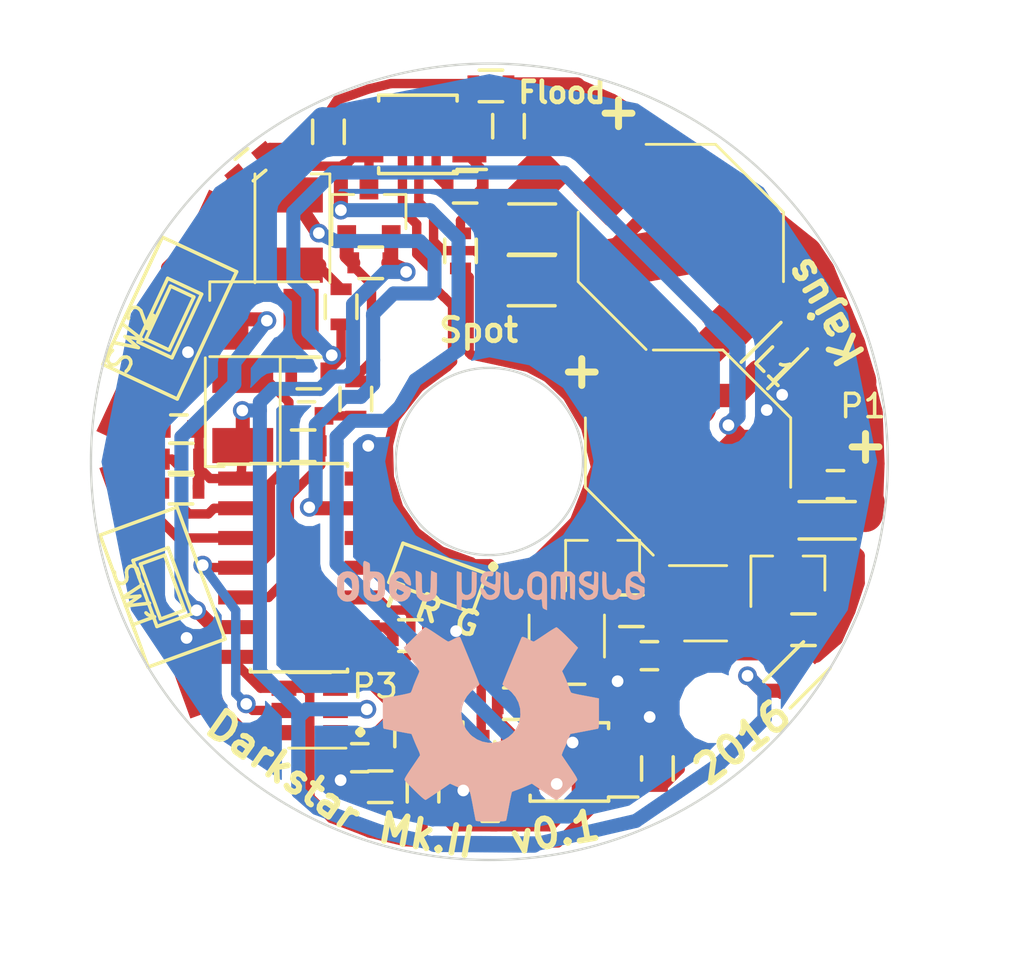
<source format=kicad_pcb>
(kicad_pcb (version 4) (host pcbnew 4.0.5)
  (title_block (title "Darkstar Mk.II") (date 2016-12-28) (rev 0.1) (company "Jakub Kaderka"))
  (layers (0 F.Cu signal hide) (31 B.Cu signal) (34 B.Paste user) (35 F.Paste user) (36 B.SilkS user hide) (37 F.SilkS user) (38 B.Mask user) (39 F.Mask user) (44 Edge.Cuts user))
  (net 0 "")
  (net 1 VCC)
  (net 2 GND)
  (net 3 "Net-(C2-Pad1)")
  (net 4 +3V3)
  (net 5 /ISP_RES)
  (net 6 /~PWR_ON)
  (net 7 "Net-(C6-Pad1)")
  (net 8 /IO_PWR)
  (net 9 "Net-(D4-Pad1)")
  (net 10 "Net-(D5-Pad1)")
  (net 11 "Net-(IC1-Pad2)")
  (net 12 "Net-(IC1-Pad3)")
  (net 13 /DIMMING1)
  (net 14 /ISP_SCK)
  (net 15 /PWM1)
  (net 16 "Net-(Q2-Pad1)")
  (net 17 "Net-(Q3-Pad1)")
  (net 18 "Net-(Q4-Pad1)")
  (net 19 /DIMMING2)
  (net 20 "Net-(D6-Pad1)")
  (net 21 "Net-(D7-Pad1)")
  (net 22 "Net-(R16-Pad1)")
  (net 23 "Net-(R17-Pad1)")
  (net 24 "Net-(R18-Pad1)")
  (net 25 "Net-(R19-Pad1)")
  (net 26 "Net-(R20-Pad1)")
  (net 27 "Net-(R21-Pad1)")
  (net 28 /DRIVE1)
  (net 29 /DRIVE2)
  (net 30 "Net-(D2-Pad1)")
  (net 31 "Net-(D2-Pad2)")
  (net 32 "Net-(D3-Pad1)")
  (net 33 "Net-(D3-Pad2)")
  (net 34 "Net-(D6-Pad2)")
  (net 35 "Net-(D7-Pad2)")
  (net 36 /RXD)
  (net 37 /TXD)
  (module Housings_SSOP:MSOP-8_3x3mm_Pitch0.65mm (layer F.Cu) (at 144.59 122.34 180)
    (fp_text reference U4 hide)
    (fp_text value MCP6567)
    (pad 1 smd rect (at -2.2 -0.975 180) (size 1.45 0.45) (layers F.Cu F.Paste F.Mask) (net 28 /DRIVE1))
    (pad 2 smd rect (at -2.2 -0.325 180) (size 1.45 0.45) (layers F.Cu F.Paste F.Mask) (net 13 /DIMMING1))
    (pad 3 smd rect (at -2.2 0.325 180) (size 1.45 0.45) (layers F.Cu F.Paste F.Mask) (net 26 "Net-(R20-Pad1)"))
    (pad 4 smd rect (at -2.2 0.975 180) (size 1.45 0.45) (layers F.Cu F.Paste F.Mask) (net 2 GND))
    (pad 5 smd rect (at 2.2 0.975 180) (size 1.45 0.45) (layers F.Cu F.Paste F.Mask) (net 27 "Net-(R21-Pad1)"))
    (pad 6 smd rect (at 2.2 0.325 180) (size 1.45 0.45) (layers F.Cu F.Paste F.Mask) (net 19 /DIMMING2))
    (pad 7 smd rect (at 2.2 -0.325 180) (size 1.45 0.45) (layers F.Cu F.Paste F.Mask) (net 29 /DRIVE2))
    (pad 8 smd rect (at 2.2 -0.975 180) (size 1.45 0.45) (layers F.Cu F.Paste F.Mask) (net 8 /IO_PWR))
  )
  (module Buttons_Switches_SMD:SW_SPST_FSMSM (layer F.Cu) (at 127.21 114.86 290)
    (fp_text reference SW1 (at 0.037208 1.301198 290) (layer F.SilkS))
    (fp_text value BT2)
    (pad 1 smd rect (at -4.60243 -0.00232 290) (size 2.18 1.6) (layers F.Cu F.Paste F.Mask) (net 12 "Net-(IC1-Pad3)"))
    (pad 2 smd rect (at 4.60243 0.00232 290) (size 2.18 1.6) (layers F.Cu F.Paste F.Mask) (net 2 GND))
  )
  (module TO_SOT_Packages_SMD:SOT-23 (layer F.Cu) (at 136.03 98.85 90)
    (fp_text reference Q2 hide)
    (fp_text value NX2301P)
    (pad 1 smd rect (at -1 -0.95 90) (size 0.9 0.8) (layers F.Cu F.Paste F.Mask) (net 16 "Net-(Q2-Pad1)"))
    (pad 2 smd rect (at -1 0.95 90) (size 0.9 0.8) (layers F.Cu F.Paste F.Mask) (net 4 +3V3))
    (pad 3 smd rect (at 1 0 90) (size 0.9 0.8) (layers F.Cu F.Paste F.Mask) (net 8 /IO_PWR))
  )
  (module Capacitors_SMD:C_0603 (layer F.Cu) (at 144.9 119.62 180)
    (fp_text reference C8 hide)
    (fp_text value 100n)
    (pad 1 smd rect (at -0.75 0 180) (size 0.8 0.75) (layers F.Cu F.Paste F.Mask) (net 2 GND))
    (pad 2 smd rect (at 0.75 0 180) (size 0.8 0.75) (layers F.Cu F.Paste F.Mask) (net 1 VCC))
  )
  (module Resistors_SMD:R_0603 (layer F.Cu) (at 148.35 122.62 90)
    (fp_text reference R22 hide)
    (fp_text value 82k)
    (pad 1 smd rect (at -0.75 0 90) (size 0.5 0.9) (layers F.Cu F.Paste F.Mask) (net 28 /DRIVE1))
    (pad 2 smd rect (at 0.75 0 90) (size 0.5 0.9) (layers F.Cu F.Paste F.Mask) (net 26 "Net-(R20-Pad1)"))
  )
  (module Diodes_SMD:SOD-323 (layer F.Cu) (at 154.38 118.55 45)
    (fp_text reference D1 hide)
    (fp_text value RB751VM)
    (pad 1 smd rect (at -1.055 0 45) (size 0.59 0.45) (layers F.Cu F.Paste F.Mask) (net 4 +3V3))
    (pad 2 smd rect (at 1.055 0 45) (size 0.59 0.45) (layers F.Cu F.Paste F.Mask) (net 1 VCC))
  )
  (module Diodes_SMD:SOD-323 (layer F.Cu) (at 155.702 112.014)
    (fp_text reference D4 hide)
    (fp_text value BAT60AE6327HTSA1)
    (pad 1 smd rect (at -1.055 0) (size 0.59 0.45) (layers F.Cu F.Paste F.Mask) (net 9 "Net-(D4-Pad1)"))
    (pad 2 smd rect (at 1.055 0) (size 0.59 0.45) (layers F.Cu F.Paste F.Mask) (net 2 GND))
  )
  (module Diodes_SMD:SOD-323 (layer F.Cu) (at 153.416 104.902 45)
    (fp_text reference D5 hide)
    (fp_text value BAT60AE6327HTSA1)
    (pad 1 smd rect (at -1.055 0 45) (size 0.59 0.45) (layers F.Cu F.Paste F.Mask) (net 10 "Net-(D5-Pad1)"))
    (pad 2 smd rect (at 1.055 0 45) (size 0.59 0.45) (layers F.Cu F.Paste F.Mask) (net 2 GND))
  )
  (module Housings_SOIC:SOIC-14_3.9x8.7mm_Pitch1.27mm (layer F.Cu) (at 133.04 114.04)
    (fp_text reference IC1 hide)
    (fp_text value ATTINY841-SSU)
    (pad 1 smd rect (at -2.7 -3.81) (size 1.5 0.6) (layers F.Cu F.Paste F.Mask) (net 4 +3V3))
    (pad 2 smd rect (at -2.7 -2.54) (size 1.5 0.6) (layers F.Cu F.Paste F.Mask) (net 11 "Net-(IC1-Pad2)"))
    (pad 3 smd rect (at -2.7 -1.27) (size 1.5 0.6) (layers F.Cu F.Paste F.Mask) (net 12 "Net-(IC1-Pad3)"))
    (pad 4 smd rect (at -2.7 0) (size 1.5 0.6) (layers F.Cu F.Paste F.Mask) (net 5 /ISP_RES))
    (pad 5 smd rect (at -2.7 1.27) (size 1.5 0.6) (layers F.Cu F.Paste F.Mask) (net 6 /~PWR_ON))
    (pad 6 smd rect (at -2.7 2.54) (size 1.5 0.6) (layers F.Cu F.Paste F.Mask) (net 32 "Net-(D3-Pad1)"))
    (pad 7 smd rect (at -2.7 3.81) (size 1.5 0.6) (layers F.Cu F.Paste F.Mask) (net 13 /DIMMING1))
    (pad 8 smd rect (at 2.7 3.81) (size 1.5 0.6) (layers F.Cu F.Paste F.Mask) (net 19 /DIMMING2))
    (pad 9 smd rect (at 2.7 2.54) (size 1.5 0.6) (layers F.Cu F.Paste F.Mask) (net 14 /ISP_SCK))
    (pad 10 smd rect (at 2.7 1.27) (size 1.5 0.6) (layers F.Cu F.Paste F.Mask) (net 15 /PWM1))
    (pad 11 smd rect (at 2.7 0) (size 1.5 0.6) (layers F.Cu F.Paste F.Mask) (net 36 /RXD))
    (pad 12 smd rect (at 2.7 -1.27) (size 1.5 0.6) (layers F.Cu F.Paste F.Mask) (net 37 /TXD))
    (pad 13 smd rect (at 2.7 -2.54) (size 1.5 0.6) (layers F.Cu F.Paste F.Mask) (net 30 "Net-(D2-Pad1)"))
    (pad 14 smd rect (at 2.7 -3.81) (size 1.5 0.6) (layers F.Cu F.Paste F.Mask) (net 2 GND))
  )
  (module TO_SOT_Packages_SMD:SOT-23 (layer F.Cu) (at 153.924 114.3 90)
    (fp_text reference Q3 hide)
    (fp_text value DMP2035U)
    (pad 1 smd rect (at -1 -0.95 90) (size 0.9 0.8) (layers F.Cu F.Paste F.Mask) (net 17 "Net-(Q3-Pad1)"))
    (pad 2 smd rect (at -1 0.95 90) (size 0.9 0.8) (layers F.Cu F.Paste F.Mask) (net 1 VCC))
    (pad 3 smd rect (at 1 0 90) (size 0.9 0.8) (layers F.Cu F.Paste F.Mask) (net 9 "Net-(D4-Pad1)"))
  )
  (module TO_SOT_Packages_SMD:SOT-23 (layer F.Cu) (at 146.01 113.63 90)
    (fp_text reference Q4 hide)
    (fp_text value DMP2035U)
    (pad 1 smd rect (at -1 -0.95 90) (size 0.9 0.8) (layers F.Cu F.Paste F.Mask) (net 18 "Net-(Q4-Pad1)"))
    (pad 2 smd rect (at -1 0.95 90) (size 0.9 0.8) (layers F.Cu F.Paste F.Mask) (net 1 VCC))
    (pad 3 smd rect (at 1 0 90) (size 0.9 0.8) (layers F.Cu F.Paste F.Mask) (net 10 "Net-(D5-Pad1)"))
  )
  (module Resistors_SMD:R_1206 (layer F.Cu) (at 142.98 101.77)
    (fp_text reference R14 hide)
    (fp_text value 0R056)
    (pad 1 smd rect (at -1.45 0) (size 0.9 1.7) (layers F.Cu F.Paste F.Mask) (net 20 "Net-(D6-Pad1)"))
    (pad 2 smd rect (at 1.45 0) (size 0.9 1.7) (layers F.Cu F.Paste F.Mask) (net 2 GND))
  )
  (module Resistors_SMD:R_1206 (layer F.Cu) (at 143.002 99.568)
    (fp_text reference R15 hide)
    (fp_text value 0R056)
    (pad 1 smd rect (at -1.45 0) (size 0.9 1.7) (layers F.Cu F.Paste F.Mask) (net 21 "Net-(D7-Pad1)"))
    (pad 2 smd rect (at 1.45 0) (size 0.9 1.7) (layers F.Cu F.Paste F.Mask) (net 2 GND))
  )
  (module Buttons_Switches_SMD:SW_SPST_FSMSM (layer F.Cu) (at 127.52 103.38 65)
    (fp_text reference SW2 (at -1.512386 -1.137404 65) (layer F.SilkS))
    (fp_text value BT1)
    (pad 1 smd rect (at -4.60243 -0.00232 65) (size 2.18 1.6) (layers F.Cu F.Paste F.Mask) (net 11 "Net-(IC1-Pad2)"))
    (pad 2 smd rect (at 4.60243 0.00232 65) (size 2.18 1.6) (layers F.Cu F.Paste F.Mask) (net 2 GND))
  )
  (module TO_SOT_Packages_SMD:SOT-23-6 (layer F.Cu) (at 150.41 115.56)
    (fp_text reference U1 hide)
    (fp_text value ZXGD3001E6)
    (pad 1 smd rect (at -1.1 -0.95) (size 1.06 0.65) (layers F.Cu F.Paste F.Mask) (net 1 VCC))
    (pad 2 smd rect (at -1.1 0) (size 1.06 0.65) (layers F.Cu F.Paste F.Mask) (net 28 /DRIVE1))
    (pad 3 smd rect (at -1.1 0.95) (size 1.06 0.65) (layers F.Cu F.Paste F.Mask) (net 2 GND))
    (pad 4 smd rect (at 1.1 0.95) (size 1.06 0.65) (layers F.Cu F.Paste F.Mask) (net 17 "Net-(Q3-Pad1)"))
    (pad 6 smd rect (at 1.1 -0.95) (size 1.06 0.65) (layers F.Cu F.Paste F.Mask) (net 17 "Net-(Q3-Pad1)"))
    (pad 5 smd rect (at 1.1 0) (size 1.06 0.65) (layers F.Cu F.Paste F.Mask) (net 28 /DRIVE1))
  )
  (module TO_SOT_Packages_SMD:SOT-23-6 (layer F.Cu) (at 144.48 116.96 90)
    (fp_text reference U2 hide)
    (fp_text value ZXGD3001E6)
    (pad 1 smd rect (at -1.1 -0.95 90) (size 1.06 0.65) (layers F.Cu F.Paste F.Mask) (net 1 VCC))
    (pad 2 smd rect (at -1.1 0 90) (size 1.06 0.65) (layers F.Cu F.Paste F.Mask) (net 29 /DRIVE2))
    (pad 3 smd rect (at -1.1 0.95 90) (size 1.06 0.65) (layers F.Cu F.Paste F.Mask) (net 2 GND))
    (pad 4 smd rect (at 1.1 0.95 90) (size 1.06 0.65) (layers F.Cu F.Paste F.Mask) (net 18 "Net-(Q4-Pad1)"))
    (pad 6 smd rect (at 1.1 -0.95 90) (size 1.06 0.65) (layers F.Cu F.Paste F.Mask) (net 18 "Net-(Q4-Pad1)"))
    (pad 5 smd rect (at 1.1 0 90) (size 1.06 0.65) (layers F.Cu F.Paste F.Mask) (net 29 /DRIVE2))
  )
  (module Housings_SSOP:MSOP-8_3x3mm_Pitch0.65mm (layer F.Cu) (at 138.12 95.52 180)
    (fp_text reference U3 hide)
    (fp_text value TSV912)
    (pad 1 smd rect (at -2.2 -0.975 180) (size 1.45 0.45) (layers F.Cu F.Paste F.Mask) (net 25 "Net-(R19-Pad1)"))
    (pad 2 smd rect (at -2.2 -0.325 180) (size 1.45 0.45) (layers F.Cu F.Paste F.Mask) (net 23 "Net-(R17-Pad1)"))
    (pad 3 smd rect (at -2.2 0.325 180) (size 1.45 0.45) (layers F.Cu F.Paste F.Mask) (net 21 "Net-(D7-Pad1)"))
    (pad 4 smd rect (at -2.2 0.975 180) (size 1.45 0.45) (layers F.Cu F.Paste F.Mask) (net 2 GND))
    (pad 5 smd rect (at 2.2 0.975 180) (size 1.45 0.45) (layers F.Cu F.Paste F.Mask) (net 20 "Net-(D6-Pad1)"))
    (pad 6 smd rect (at 2.2 0.325 180) (size 1.45 0.45) (layers F.Cu F.Paste F.Mask) (net 22 "Net-(R16-Pad1)"))
    (pad 7 smd rect (at 2.2 -0.325 180) (size 1.45 0.45) (layers F.Cu F.Paste F.Mask) (net 24 "Net-(R18-Pad1)"))
    (pad 8 smd rect (at 2.2 -0.975 180) (size 1.45 0.45) (layers F.Cu F.Paste F.Mask) (net 8 /IO_PWR))
  )
  (module LEDs:LED_PLCC-2 (layer F.Cu) (at 132.76 99.61 270)
    (fp_text reference D2 hide)
    (fp_text value RED)
    (pad 1 smd rect (at -1.5 0 270) (size 1.5 2.6) (layers F.Cu F.Paste F.Mask) (net 30 "Net-(D2-Pad1)"))
    (pad 2 smd rect (at 1.5 0 270) (size 1.5 2.6) (layers F.Cu F.Paste F.Mask) (net 31 "Net-(D2-Pad2)"))
  )
  (module LEDs:LED_PLCC-2 (layer F.Cu) (at 131.63 103.42)
    (fp_text reference D3 hide)
    (fp_text value WHITE)
    (pad 1 smd rect (at -1.5 0) (size 1.5 2.6) (layers F.Cu F.Paste F.Mask) (net 32 "Net-(D3-Pad1)"))
    (pad 2 smd rect (at 1.5 0) (size 1.5 2.6) (layers F.Cu F.Paste F.Mask) (net 33 "Net-(D3-Pad2)"))
  )
  (module Inductors:Inductor_Bourns-SRU8043 (layer F.Cu) (at 149.66 109.12 135)
    (fp_text reference L1 (at 0 5.2 135) (layer F.SilkS))
    (fp_text value 10u)
    (pad 1 smd rect (at -3.9 0 135) (size 2 3.2) (layers F.Cu F.Paste F.Mask) (net 9 "Net-(D4-Pad1)"))
    (pad 2 smd rect (at 3.9 0 135) (size 2 3.2) (layers F.Cu F.Paste F.Mask) (net 34 "Net-(D6-Pad2)"))
  )
  (module Inductors:Inductor_Bourns-SRU8043 (layer F.Cu) (at 149.352 100.33 135)
    (fp_text reference L2 hide)
    (fp_text value 10u)
    (pad 1 smd rect (at -3.9 0 135) (size 2 3.2) (layers F.Cu F.Paste F.Mask) (net 10 "Net-(D5-Pad1)"))
    (pad 2 smd rect (at 3.9 0 135) (size 2 3.2) (layers F.Cu F.Paste F.Mask) (net 35 "Net-(D7-Pad2)"))
  )
  (module TO_SOT_Packages_SMD:SOT-23-6 (layer F.Cu) (at 133.5 120.14 180)
    (fp_text reference P3 (at -2.79 1.03 180) (layer F.SilkS))
    (fp_text value ISP)
    (pad 1 smd rect (at -1.1 -0.95 180) (size 1.06 0.65) (layers F.Cu F.Paste F.Mask) (net 19 /DIMMING2))
    (pad 2 smd rect (at -1.1 0 180) (size 1.06 0.65) (layers F.Cu F.Paste F.Mask) (net 4 +3V3))
    (pad 3 smd rect (at -1.1 0.95 180) (size 1.06 0.65) (layers F.Cu F.Paste F.Mask) (net 14 /ISP_SCK))
    (pad 4 smd rect (at 1.1 0.95 180) (size 1.06 0.65) (layers F.Cu F.Paste F.Mask) (net 13 /DIMMING1))
    (pad 6 smd rect (at 1.1 -0.95 180) (size 1.06 0.65) (layers F.Cu F.Paste F.Mask) (net 2 GND))
    (pad 5 smd rect (at 1.1 0 180) (size 1.06 0.65) (layers F.Cu F.Paste F.Mask) (net 5 /ISP_RES))
  )
  (module LEDs:LED_PLCC-2 (layer F.Cu) (at 130.64 107.32 90)
    (fp_text reference Q1 hide)
    (fp_text value VEMT3700-GS08)
    (pad 1 smd rect (at -1.5 0 90) (size 1.5 2.6) (layers F.Cu F.Paste F.Mask) (net 4 +3V3))
    (pad 2 smd rect (at 1.5 0 90) (size 1.5 2.6) (layers F.Cu F.Paste F.Mask) (net 5 /ISP_RES))
  )
  (module Capacitors_SMD:C_0603 (layer F.Cu) (at 155.956 110.49)
    (fp_text reference C1 hide)
    (fp_text value 10u)
    (pad 1 smd rect (at -0.75 0) (size 0.8 0.75) (layers F.Cu F.Paste F.Mask) (net 1 VCC))
    (pad 2 smd rect (at 0.75 0) (size 0.8 0.75) (layers F.Cu F.Paste F.Mask) (net 2 GND))
  )
  (module Capacitors_SMD:C_0603 (layer F.Cu) (at 135.64 122.16 180)
    (fp_text reference C2 hide)
    (fp_text value 1u)
    (pad 1 smd rect (at -0.75 0 180) (size 0.8 0.75) (layers F.Cu F.Paste F.Mask) (net 3 "Net-(C2-Pad1)"))
    (pad 2 smd rect (at 0.75 0 180) (size 0.8 0.75) (layers F.Cu F.Paste F.Mask) (net 2 GND))
  )
  (module Capacitors_SMD:C_0603 (layer F.Cu) (at 127.91 108.11 180)
    (fp_text reference C4 hide)
    (fp_text value 100n)
    (pad 1 smd rect (at -0.75 0 180) (size 0.8 0.75) (layers F.Cu F.Paste F.Mask) (net 4 +3V3))
    (pad 2 smd rect (at 0.75 0 180) (size 0.8 0.75) (layers F.Cu F.Paste F.Mask) (net 2 GND))
  )
  (module Capacitors_SMD:C_0603 (layer F.Cu) (at 133.36 107.55)
    (fp_text reference C5 hide)
    (fp_text value 10n)
    (pad 1 smd rect (at -0.75 0) (size 0.8 0.75) (layers F.Cu F.Paste F.Mask) (net 5 /ISP_RES))
    (pad 2 smd rect (at 0.75 0) (size 0.8 0.75) (layers F.Cu F.Paste F.Mask) (net 6 /~PWR_ON))
  )
  (module Capacitors_SMD:C_0603 (layer F.Cu) (at 139.21 119.36)
    (fp_text reference C6 hide)
    (fp_text value 1u)
    (pad 1 smd rect (at -0.75 0) (size 0.8 0.75) (layers F.Cu F.Paste F.Mask) (net 7 "Net-(C6-Pad1)"))
    (pad 2 smd rect (at 0.75 0) (size 0.8 0.75) (layers F.Cu F.Paste F.Mask) (net 2 GND))
  )
  (module Capacitors_SMD:C_0603 (layer F.Cu) (at 148.01 117.8 180)
    (fp_text reference C7 hide)
    (fp_text value 100n)
    (pad 1 smd rect (at -0.75 0 180) (size 0.8 0.75) (layers F.Cu F.Paste F.Mask) (net 2 GND))
    (pad 2 smd rect (at 0.75 0 180) (size 0.8 0.75) (layers F.Cu F.Paste F.Mask) (net 1 VCC))
  )
  (module Capacitors_SMD:C_0603 (layer F.Cu) (at 130.97 96.82 220)
    (fp_text reference C9 hide)
    (fp_text value 100n)
    (pad 1 smd rect (at -0.75 0 220) (size 0.8 0.75) (layers F.Cu F.Paste F.Mask) (net 8 /IO_PWR))
    (pad 2 smd rect (at 0.75 0 220) (size 0.8 0.75) (layers F.Cu F.Paste F.Mask) (net 2 GND))
  )
  (module Resistors_SMD:R_0603 (layer F.Cu) (at 137.81 121.19 270)
    (fp_text reference R1 hide)
    (fp_text value 10k)
    (pad 1 smd rect (at -0.75 0 270) (size 0.5 0.9) (layers F.Cu F.Paste F.Mask) (net 15 /PWM1))
    (pad 2 smd rect (at 0.75 0 270) (size 0.5 0.9) (layers F.Cu F.Paste F.Mask) (net 3 "Net-(C2-Pad1)"))
  )
  (module Resistors_SMD:R_0603 (layer F.Cu) (at 136.51 123.4 180)
    (fp_text reference R2 hide)
    (fp_text value 10k)
    (pad 1 smd rect (at -0.75 0 180) (size 0.5 0.9) (layers F.Cu F.Paste F.Mask) (net 3 "Net-(C2-Pad1)"))
    (pad 2 smd rect (at 0.75 0 180) (size 0.5 0.9) (layers F.Cu F.Paste F.Mask) (net 2 GND))
  )
  (module Resistors_SMD:R_0603 (layer F.Cu) (at 138.34 123.55 90)
    (fp_text reference R3 hide)
    (fp_text value 10k)
    (pad 1 smd rect (at -0.75 0 90) (size 0.5 0.9) (layers F.Cu F.Paste F.Mask) (net 13 /DIMMING1))
    (pad 2 smd rect (at 0.75 0 90) (size 0.5 0.9) (layers F.Cu F.Paste F.Mask) (net 3 "Net-(C2-Pad1)"))
  )
  (module Resistors_SMD:R_0603 (layer F.Cu) (at 135.47 106.83 270)
    (fp_text reference R4 hide)
    (fp_text value 220)
    (pad 1 smd rect (at -0.75 0 270) (size 0.5 0.9) (layers F.Cu F.Paste F.Mask) (net 16 "Net-(Q2-Pad1)"))
    (pad 2 smd rect (at 0.75 0 270) (size 0.5 0.9) (layers F.Cu F.Paste F.Mask) (net 6 /~PWR_ON))
  )
  (module Resistors_SMD:R_0603 (layer F.Cu) (at 133.22 108.83)
    (fp_text reference R5 hide)
    (fp_text value 10k)
    (pad 1 smd rect (at -0.75 0) (size 0.5 0.9) (layers F.Cu F.Paste F.Mask) (net 5 /ISP_RES))
    (pad 2 smd rect (at 0.75 0) (size 0.5 0.9) (layers F.Cu F.Paste F.Mask) (net 6 /~PWR_ON))
  )
  (module Resistors_SMD:R_0603 (layer F.Cu) (at 136.11 101.01 180)
    (fp_text reference R6 hide)
    (fp_text value 10k)
    (pad 1 smd rect (at -0.75 0 180) (size 0.5 0.9) (layers F.Cu F.Paste F.Mask) (net 4 +3V3))
    (pad 2 smd rect (at 0.75 0 180) (size 0.5 0.9) (layers F.Cu F.Paste F.Mask) (net 16 "Net-(Q2-Pad1)"))
  )
  (module Resistors_SMD:R_0603 (layer F.Cu) (at 137.8 116.94)
    (fp_text reference R7 hide)
    (fp_text value 10k)
    (pad 1 smd rect (at -0.75 0) (size 0.5 0.9) (layers F.Cu F.Paste F.Mask) (net 14 /ISP_SCK))
    (pad 2 smd rect (at 0.75 0) (size 0.5 0.9) (layers F.Cu F.Paste F.Mask) (net 7 "Net-(C6-Pad1)"))
  )
  (module Resistors_SMD:R_0603 (layer F.Cu) (at 139.27 118.12)
    (fp_text reference R8 hide)
    (fp_text value 10k)
    (pad 1 smd rect (at -0.75 0) (size 0.5 0.9) (layers F.Cu F.Paste F.Mask) (net 7 "Net-(C6-Pad1)"))
    (pad 2 smd rect (at 0.75 0) (size 0.5 0.9) (layers F.Cu F.Paste F.Mask) (net 2 GND))
  )
  (module Resistors_SMD:R_0603 (layer F.Cu) (at 139.37 121.13 90)
    (fp_text reference R9 hide)
    (fp_text value 10k)
    (pad 1 smd rect (at -0.75 0 90) (size 0.5 0.9) (layers F.Cu F.Paste F.Mask) (net 19 /DIMMING2))
    (pad 2 smd rect (at 0.75 0 90) (size 0.5 0.9) (layers F.Cu F.Paste F.Mask) (net 7 "Net-(C6-Pad1)"))
  )
  (module Resistors_SMD:R_0603 (layer F.Cu) (at 134.84 102.89 90)
    (fp_text reference R10 hide)
    (fp_text value 120)
    (pad 1 smd rect (at -0.75 0 90) (size 0.5 0.9) (layers F.Cu F.Paste F.Mask) (net 1 VCC))
    (pad 2 smd rect (at 0.75 0 90) (size 0.5 0.9) (layers F.Cu F.Paste F.Mask) (net 31 "Net-(D2-Pad2)"))
  )
  (module Resistors_SMD:R_0603 (layer F.Cu) (at 133.46 105.72 180)
    (fp_text reference R11 hide)
    (fp_text value 120)
    (pad 1 smd rect (at -0.75 0 180) (size 0.5 0.9) (layers F.Cu F.Paste F.Mask) (net 1 VCC))
    (pad 2 smd rect (at 0.75 0 180) (size 0.5 0.9) (layers F.Cu F.Paste F.Mask) (net 33 "Net-(D3-Pad2)"))
  )
  (module Resistors_SMD:R_0603 (layer F.Cu) (at 128 110.64 180)
    (fp_text reference R12 hide)
    (fp_text value 10k)
    (pad 1 smd rect (at -0.75 0 180) (size 0.5 0.9) (layers F.Cu F.Paste F.Mask) (net 4 +3V3))
    (pad 2 smd rect (at 0.75 0 180) (size 0.5 0.9) (layers F.Cu F.Paste F.Mask) (net 12 "Net-(IC1-Pad3)"))
  )
  (module Resistors_SMD:R_0603 (layer F.Cu) (at 128.02 109.4 180)
    (fp_text reference R13 hide)
    (fp_text value 10k)
    (pad 1 smd rect (at -0.75 0 180) (size 0.5 0.9) (layers F.Cu F.Paste F.Mask) (net 4 +3V3))
    (pad 2 smd rect (at 0.75 0 180) (size 0.5 0.9) (layers F.Cu F.Paste F.Mask) (net 11 "Net-(IC1-Pad2)"))
  )
  (module Resistors_SMD:R_0603 (layer F.Cu) (at 141.24 93.45)
    (fp_text reference R16 hide)
    (fp_text value 1k)
    (pad 1 smd rect (at -0.75 0) (size 0.5 0.9) (layers F.Cu F.Paste F.Mask) (net 22 "Net-(R16-Pad1)"))
    (pad 2 smd rect (at 0.75 0) (size 0.5 0.9) (layers F.Cu F.Paste F.Mask) (net 2 GND))
  )
  (module Resistors_SMD:R_0603 (layer F.Cu) (at 141.99 95.17 90)
    (fp_text reference R17 hide)
    (fp_text value 1k)
    (pad 1 smd rect (at -0.75 0 90) (size 0.5 0.9) (layers F.Cu F.Paste F.Mask) (net 23 "Net-(R17-Pad1)"))
    (pad 2 smd rect (at 0.75 0 90) (size 0.5 0.9) (layers F.Cu F.Paste F.Mask) (net 2 GND))
  )
  (module Resistors_SMD:R_0603 (layer F.Cu) (at 134.3 95.41 90)
    (fp_text reference R18 hide)
    (fp_text value 18k)
    (pad 1 smd rect (at -0.75 0 90) (size 0.5 0.9) (layers F.Cu F.Paste F.Mask) (net 24 "Net-(R18-Pad1)"))
    (pad 2 smd rect (at 0.75 0 90) (size 0.5 0.9) (layers F.Cu F.Paste F.Mask) (net 22 "Net-(R16-Pad1)"))
  )
  (module Resistors_SMD:R_0603 (layer F.Cu) (at 140.14 97.78 180)
    (fp_text reference R19 hide)
    (fp_text value 18k)
    (pad 1 smd rect (at -0.75 0 180) (size 0.5 0.9) (layers F.Cu F.Paste F.Mask) (net 25 "Net-(R19-Pad1)"))
    (pad 2 smd rect (at 0.75 0 180) (size 0.5 0.9) (layers F.Cu F.Paste F.Mask) (net 23 "Net-(R17-Pad1)"))
  )
  (module Resistors_SMD:R_0603 (layer F.Cu) (at 140.73 121.97 90)
    (fp_text reference R20 hide)
    (fp_text value 10k)
    (pad 1 smd rect (at -0.75 0 90) (size 0.5 0.9) (layers F.Cu F.Paste F.Mask) (net 26 "Net-(R20-Pad1)"))
    (pad 2 smd rect (at 0.75 0 90) (size 0.5 0.9) (layers F.Cu F.Paste F.Mask) (net 24 "Net-(R18-Pad1)"))
  )
  (module Resistors_SMD:R_0603 (layer F.Cu) (at 139.94 100.5 90)
    (fp_text reference R21 hide)
    (fp_text value 10k)
    (pad 1 smd rect (at -0.75 0 90) (size 0.5 0.9) (layers F.Cu F.Paste F.Mask) (net 27 "Net-(R21-Pad1)"))
    (pad 2 smd rect (at 0.75 0 90) (size 0.5 0.9) (layers F.Cu F.Paste F.Mask) (net 25 "Net-(R19-Pad1)"))
  )
  (module Resistors_SMD:R_0603 (layer F.Cu) (at 142.28 119.85 180)
    (fp_text reference R23 hide)
    (fp_text value 82k)
    (pad 1 smd rect (at -0.75 0 180) (size 0.5 0.9) (layers F.Cu F.Paste F.Mask) (net 29 /DRIVE2))
    (pad 2 smd rect (at 0.75 0 180) (size 0.5 0.9) (layers F.Cu F.Paste F.Mask) (net 27 "Net-(R21-Pad1)"))
  )
  (module Resistors_SMD:R_0603 (layer F.Cu) (at 154.59 116.69 180)
    (fp_text reference R24 hide)
    (fp_text value 1k)
    (pad 1 smd rect (at -0.75 0 180) (size 0.5 0.9) (layers F.Cu F.Paste F.Mask) (net 1 VCC))
    (pad 2 smd rect (at 0.75 0 180) (size 0.5 0.9) (layers F.Cu F.Paste F.Mask) (net 28 /DRIVE1))
  )
  (module Resistors_SMD:R_0603 (layer F.Cu) (at 147.24 115.88 180)
    (fp_text reference R25 hide)
    (fp_text value 1k)
    (pad 1 smd rect (at -0.75 0 180) (size 0.5 0.9) (layers F.Cu F.Paste F.Mask) (net 1 VCC))
    (pad 2 smd rect (at 0.75 0 180) (size 0.5 0.9) (layers F.Cu F.Paste F.Mask) (net 29 /DRIVE2))
  )
  (module custom:Custom_Conn_2_Big (layer F.Cu) (at 144.37 103.91)
    (fp_text reference D6 hide)
    (fp_text value CREE_XP-G3)
    (pad 1 smd rect (at -1.2 0) (size 1.5 2) (layers F.Cu F.Paste F.Mask) (net 20 "Net-(D6-Pad1)"))
    (pad 2 smd rect (at 1.2 0) (size 1.5 2) (layers F.Cu F.Paste F.Mask) (net 34 "Net-(D6-Pad2)"))
  )
  (module custom:Custom_Conn_2_Big (layer F.Cu) (at 144.31 96.32 45)
    (fp_text reference D7 hide)
    (fp_text value CREE_XP-G3)
    (pad 1 smd rect (at -1.2 0 45) (size 1.5 2) (layers F.Cu F.Paste F.Mask) (net 21 "Net-(D7-Pad1)"))
    (pad 2 smd rect (at 1.2 0 45) (size 1.5 2) (layers F.Cu F.Paste F.Mask) (net 35 "Net-(D7-Pad2)"))
  )
  (module custom:Custom_Conn_2_Big (layer F.Cu) (at 155.194 107.696 270)
    (fp_text reference P1 (at -0.566 -1.936 360) (layer F.SilkS))
    (fp_text value POWER)
    (pad 1 smd rect (at -1.2 0 270) (size 1.5 2) (layers F.Cu F.Paste F.Mask) (net 2 GND))
    (pad 2 smd rect (at 1.2 0 270) (size 1.5 2) (layers F.Cu F.Paste F.Mask) (net 1 VCC))
  )
  (module Capacitors_SMD:C_0603 (layer F.Cu) (at 141.21 124.28 180)
    (fp_text reference C10 hide)
    (fp_text value 100n)
    (pad 1 smd rect (at -0.75 0 180) (size 0.8 0.75) (layers F.Cu F.Paste F.Mask) (net 8 /IO_PWR))
    (pad 2 smd rect (at 0.75 0 180) (size 0.8 0.75) (layers F.Cu F.Paste F.Mask) (net 2 GND))
  )
  (module Mounting_Holes:MountingHole_2.2mm_M2 (layer F.Cu) (at 150.8 120.03)
    (fp_text reference REF** hide)
    (fp_text value MountingHole_2.2mm_M2)
    (pad 1 np_thru_hole circle (at 0 0) (size 2.2 2.2) (drill 2.2) (layers *.Cu *.Mask))
  )
  (module Mounting_Holes:MountingHole_2.2mm_M2 (layer F.Cu) (at 137.97 103.99)
    (fp_text reference REF** hide)
    (fp_text value MountingHole_2.2mm_M2)
    (pad 1 np_thru_hole circle (at 0 0) (size 2.2 2.2) (drill 2.2) (layers *.Cu *.Mask))
  )
  (module Connectors:GS3 (layer F.Cu) (at 138.97 114.48 250)
    (fp_text reference P2 hide)
    (fp_text value SERIAL)
    (pad 1 smd rect (at 0 -1.27 250) (size 1.27 0.9652) (layers F.Cu F.Paste F.Mask) (net 2 GND))
    (pad 2 smd rect (at 0 0 250) (size 1.27 0.9652) (layers F.Cu F.Paste F.Mask) (net 36 /RXD))
    (pad 3 smd rect (at 0 1.27 250) (size 1.27 0.9652) (layers F.Cu F.Paste F.Mask) (net 37 /TXD))
  )
  (module Symbols:OSHW-Logo2_14.6x12mm_SilkScreen (layer B.Cu) (at 141.24 119.33)
    (fp_text reference REF*** hide)
    (fp_text value OSHW-Logo2_14.6x12mm_SilkScreen hide)
  )
  (gr_text "T R G" (at 138.684 115.824 340) (layer F.SilkS) (effects (font (size 1 1) (thickness 0.2))))
  (gr_text "Flood\n" (at 144.272 93.726) (layer F.SilkS) (effects (font (size 0.9 0.9) (thickness 0.2))))
  (gr_text Spot (at 140.716 103.886) (layer F.SilkS) (effects (font (size 1 1) (thickness 0.2))))
  (gr_text "2016\n" (at 151.97 121.49 37.5) (layer F.SilkS) (effects (font (size 1.2 1.2) (thickness 0.25))))
  (gr_text Kajus (at 155.49 103.1 120) (layer F.SilkS) (effects (font (size 1.2 1.2) (thickness 0.25))))
  (gr_text . (at 141.34 113.39) (layer F.SilkS) (effects (font (size 1.5 1.5) (thickness 0.3))))
  (gr_text . (at 135.66 120.46) (layer F.SilkS) (effects (font (size 1.5 1.5) (thickness 0.3))))
  (gr_text + (at 146.69 94.51) (layer F.SilkS) (effects (font (size 1.5 1.5) (thickness 0.3))))
  (gr_text + (at 145.12 105.57) (layer F.SilkS) (effects (font (size 1.5 1.5) (thickness 0.3))))
  (gr_text + (at 157.24 108.77) (layer F.SilkS) (effects (font (size 1.5 1.5) (thickness 0.3))))
  (gr_text v0.1 (at 143.98 125.34 10) (layer F.SilkS) (effects (font (size 1.2 1.2) (thickness 0.25))))
  (gr_text Mk.II (at 138.49 125.48 350) (layer F.SilkS) (effects (font (size 1.2 1.2) (thickness 0.25))))
  (gr_text "Darkstar\n" (at 132.39 122.68 325) (layer F.SilkS) (effects (font (size 1.2 1.2) (thickness 0.25))))
  (gr_circle (center 141.1732 109.4994) (end 141.1732 105.4989) (layer Edge.Cuts) (width 0.1))
  (gr_circle (center 141.1732 109.5121) (end 141.1732 92.4941) (layer Edge.Cuts) (width 0.1))
  (segment (start 134.84 105.09) (end 134.57 105.09) (width 0.4) (layer F.Cu) (net 1))
  (segment (start 151.77 107.564) (end 151.384 107.95) (width 0.7) (layer B.Cu) (net 1))
  (via (at 151.384 107.95) (size 0.8) (drill 0.5) (layers F.Cu B.Cu) (net 1))
  (segment (start 151.384 107.95) (end 151.892 108.458) (width 0.7) (layer F.Cu) (net 1))
  (segment (start 151.892 108.458) (end 151.892 108.896) (width 0.7) (layer F.Cu) (net 1))
  (segment (start 150.68 103.48) (end 144.35 97.15) (width 0.6) (layer B.Cu) (net 1))
  (segment (start 144.35 97.15) (end 134.5 97.15) (width 0.6) (layer B.Cu) (net 1))
  (segment (start 134.5 97.15) (end 132.8 98.85) (width 0.6) (layer B.Cu) (net 1))
  (segment (start 132.8 98.85) (end 132.8 101.73) (width 0.6) (layer B.Cu) (net 1))
  (segment (start 132.8 101.73) (end 133.44 102.37) (width 0.6) (layer B.Cu) (net 1))
  (segment (start 151.77 104.58) (end 150.68 103.49) (width 0.7) (layer B.Cu) (net 1))
  (segment (start 150.68 103.49) (end 150.68 103.48) (width 0.6) (layer B.Cu) (net 1))
  (segment (start 133.44 103.97) (end 133.44 102.37) (width 0.6) (layer B.Cu) (net 1))
  (segment (start 151.77 104.58) (end 151.77 107.564) (width 0.7) (layer B.Cu) (net 1))
  (segment (start 133.45 103.97) (end 133.44 103.97) (width 0.6) (layer B.Cu) (net 1))
  (segment (start 134.44 104.96) (end 133.45 103.97) (width 0.6) (layer B.Cu) (net 1))
  (via (at 134.44 104.96) (size 0.8) (drill 0.5) (layers F.Cu B.Cu) (net 1))
  (segment (start 134.57 105.09) (end 134.44 104.96) (width 0.4) (layer F.Cu) (net 1))
  (segment (start 134.84 103.64) (end 134.84 105.09) (width 0.4) (layer F.Cu) (net 1))
  (segment (start 134.84 105.09) (end 134.21 105.72) (width 0.4) (layer F.Cu) (net 1))
  (segment (start 134.21 105.72) (end 134.29 105.72) (width 0.4) (layer F.Cu) (net 1))
  (segment (start 146.96 114.63) (end 146.97 114.63) (width 1) (layer F.Cu) (net 1))
  (segment (start 146.97 114.63) (end 147.39 114.21) (width 1) (layer F.Cu) (net 1))
  (segment (start 149.96 110.77) (end 149.96 110.78) (width 1.5) (layer F.Cu) (net 1))
  (segment (start 148.71 112.89) (end 147.39 114.21) (width 1.5) (layer F.Cu) (net 1))
  (segment (start 148.71 112.03) (end 148.71 112.89) (width 1.5) (layer F.Cu) (net 1))
  (segment (start 149.96 110.78) (end 148.71 112.03) (width 1.5) (layer F.Cu) (net 1))
  (segment (start 155.34 116.69) (end 155.597473 116.69) (width 0.6) (layer F.Cu) (net 1))
  (segment (start 155.597473 116.69) (end 155.974701 117.067228) (width 0.6) (layer F.Cu) (net 1))
  (segment (start 155.702 112.93) (end 156.31 112.93) (width 0.6) (layer F.Cu) (net 1))
  (segment (start 155.974701 117.067228) (end 155.125998 117.804002) (width 0.6) (layer F.Cu) (net 1))
  (segment (start 156.517521 115.868135) (end 155.974701 117.067228) (width 0.6) (layer F.Cu) (net 1))
  (segment (start 156.91 114.69) (end 156.517521 115.868135) (width 0.6) (layer F.Cu) (net 1))
  (segment (start 156.91 113.53) (end 156.91 114.69) (width 0.6) (layer F.Cu) (net 1))
  (segment (start 156.31 112.93) (end 156.91 113.53) (width 0.6) (layer F.Cu) (net 1))
  (segment (start 149.31 114.61) (end 149.315 114.155) (width 0.6) (layer F.Cu) (net 1))
  (segment (start 150.02 111.27) (end 150.02 110.71) (width 0.6) (layer F.Cu) (net 1))
  (segment (start 150.02 110.83) (end 150.02 111.27) (width 0.6) (layer F.Cu) (net 1))
  (segment (start 149.96 110.77) (end 150.02 110.83) (width 0.6) (layer F.Cu) (net 1))
  (segment (start 151.834 108.896) (end 151.892 108.896) (width 1.5) (layer F.Cu) (net 1))
  (segment (start 150.02 110.71) (end 151.834 108.896) (width 1.5) (layer F.Cu) (net 1))
  (segment (start 149.965 113.505) (end 149.96 110.77) (width 0.6) (layer F.Cu) (net 1))
  (segment (start 149.315 114.155) (end 149.965 113.505) (width 0.6) (layer F.Cu) (net 1))
  (segment (start 147.26 117.8) (end 147.26 117.45) (width 0.6) (layer F.Cu) (net 1))
  (segment (start 147.26 117.45) (end 147.99 116.72) (width 0.6) (layer F.Cu) (net 1))
  (segment (start 147.99 116.72) (end 147.99 115.88) (width 0.6) (layer F.Cu) (net 1))
  (segment (start 146.49 120.6) (end 146.49 120.59) (width 0.6) (layer F.Cu) (net 1))
  (segment (start 146.49 120.6) (end 144.87 120.6) (width 0.6) (layer F.Cu) (net 1))
  (segment (start 144.15 119.88) (end 144.87 120.6) (width 0.6) (layer F.Cu) (net 1))
  (segment (start 147.56 119.52) (end 147.56 118.1) (width 0.6) (layer F.Cu) (net 1))
  (segment (start 146.49 120.59) (end 147.56 119.52) (width 0.6) (layer F.Cu) (net 1))
  (segment (start 147.56 118.1) (end 147.26 117.8) (width 0.6) (layer F.Cu) (net 1))
  (segment (start 144.15 119.88) (end 144.15 119.62) (width 0.6) (layer F.Cu) (net 1))
  (segment (start 143.53 118.06) (end 143.53 118.69) (width 0.6) (layer F.Cu) (net 1))
  (segment (start 143.53 118.69) (end 144.15 119.31) (width 0.6) (layer F.Cu) (net 1))
  (segment (start 144.15 119.31) (end 144.15 119.62) (width 0.6) (layer F.Cu) (net 1))
  (segment (start 147.99 115.88) (end 147.99 115.2) (width 0.6) (layer F.Cu) (net 1))
  (segment (start 147.99 115.2) (end 148.58 114.61) (width 0.6) (layer F.Cu) (net 1))
  (segment (start 147.35 117.71) (end 147.26 117.8) (width 0.6) (layer F.Cu) (net 1))
  (segment (start 149.31 114.61) (end 148.58 114.61) (width 0.6) (layer F.Cu) (net 1))
  (segment (start 147.314 117.746) (end 147.26 117.8) (width 0.7) (layer F.Cu) (net 1))
  (segment (start 151.892 108.896) (end 152.094 108.896) (width 1.5) (layer F.Cu) (net 1))
  (segment (start 155.194 108.896) (end 152.094 108.896) (width 1.5) (layer F.Cu) (net 1))
  (segment (start 155.206 110.756) (end 155.702 111.252) (width 1) (layer F.Cu) (net 1))
  (segment (start 154.874 114.62) (end 154.874 115.3) (width 1) (layer F.Cu) (net 1))
  (segment (start 155.702 113.792) (end 154.874 114.62) (width 1) (layer F.Cu) (net 1))
  (segment (start 155.702 111.252) (end 155.702 112.93) (width 1) (layer F.Cu) (net 1))
  (segment (start 155.702 112.93) (end 155.702 113.792) (width 1) (layer F.Cu) (net 1))
  (segment (start 155.206 110.49) (end 155.206 108.908) (width 1) (layer F.Cu) (net 1))
  (segment (start 155.206 110.49) (end 155.206 110.756) (width 1) (layer F.Cu) (net 1))
  (segment (start 155.206 108.908) (end 155.194 108.896) (width 1) (layer F.Cu) (net 1))
  (segment (start 153.68 106.65) (end 155.04 106.65) (width 1) (layer F.Cu) (net 2))
  (segment (start 155.04 106.65) (end 155.194 106.496) (width 1) (layer F.Cu) (net 2))
  (segment (start 156.972 106.426) (end 157.226 107.442) (width 1.5) (layer F.Cu) (net 2))
  (segment (start 154.86 106.51) (end 156.9895 106.496) (width 1.5) (layer F.Cu) (net 2))
  (segment (start 156.972 106.4785) (end 156.972 106.426) (width 1.5) (layer F.Cu) (net 2))
  (segment (start 156.9895 106.496) (end 156.972 106.4785) (width 1.5) (layer F.Cu) (net 2))
  (segment (start 157.226 111.76) (end 157.304387 109.591086) (width 1.5) (layer F.Cu) (net 2))
  (segment (start 157.304387 109.591086) (end 157.226 107.442) (width 1.5) (layer F.Cu) (net 2))
  (segment (start 153.02 107.3) (end 153.02 102.4) (width 1) (layer B.Cu) (net 2))
  (segment (start 153.02 102.4) (end 145.91 95.17) (width 1) (layer B.Cu) (net 2))
  (segment (start 153.02 107.3) (end 153.03 110.48) (width 1) (layer B.Cu) (net 2))
  (segment (start 145.72 117.76) (end 153.03 110.48) (width 1) (layer B.Cu) (net 2))
  (via (at 153.02 107.3) (size 0.8) (drill 0.5) (layers F.Cu B.Cu) (net 2))
  (segment (start 128.26 104.81) (end 128.23 100.68) (width 1) (layer B.Cu) (net 2))
  (segment (start 134.05 94.86) (end 128.23 100.68) (width 1) (layer B.Cu) (net 2))
  (segment (start 145.91 95.17) (end 134.05 94.86) (width 1) (layer B.Cu) (net 2))
  (segment (start 140.26 123.56) (end 140.46 123.76) (width 0.4) (layer F.Cu) (net 2))
  (segment (start 140.06 123.56) (end 140.26 123.56) (width 0.4) (layer F.Cu) (net 2))
  (segment (start 140.06 123.93) (end 139.71 124.28) (width 1) (layer B.Cu) (net 2))
  (segment (start 140.06 123.56) (end 140.06 123.93) (width 1) (layer B.Cu) (net 2))
  (segment (start 139.71 124.28) (end 138.55 123.12) (width 1) (layer B.Cu) (net 2))
  (segment (start 141.01 124.28) (end 139.71 124.28) (width 1) (layer B.Cu) (net 2))
  (segment (start 138.55 123.12) (end 134.82 123.12) (width 1) (layer B.Cu) (net 2))
  (segment (start 141.01 124.28) (end 143.1 124.28) (width 1) (layer B.Cu) (net 2))
  (via (at 140.06 123.56) (size 0.8) (drill 0.5) (layers F.Cu B.Cu) (net 2))
  (segment (start 140.46 123.76) (end 140.46 123.82) (width 0.4) (layer F.Cu) (net 2))
  (segment (start 144.73 121.75) (end 145.42 122.44) (width 1) (layer B.Cu) (net 2))
  (segment (start 144.73 121.51) (end 144.73 121.75) (width 1) (layer B.Cu) (net 2))
  (segment (start 144.62 121.4) (end 144.62 118.86) (width 1) (layer B.Cu) (net 2))
  (segment (start 144.73 121.51) (end 144.62 121.4) (width 1) (layer B.Cu) (net 2))
  (via (at 144.73 121.51) (size 0.8) (drill 0.5) (layers F.Cu B.Cu) (net 2))
  (segment (start 144.875 121.365) (end 144.73 121.51) (width 0.4) (layer F.Cu) (net 2))
  (segment (start 146.79 121.365) (end 144.875 121.365) (width 0.4) (layer F.Cu) (net 2))
  (segment (start 145.42 123.58) (end 145.42 122.44) (width 1) (layer B.Cu) (net 2))
  (segment (start 144.53 124.47) (end 145.42 123.58) (width 1) (layer B.Cu) (net 2))
  (segment (start 143.29 124.47) (end 144.53 124.47) (width 1) (layer B.Cu) (net 2))
  (segment (start 143.1 124.28) (end 143.29 124.47) (width 1) (layer B.Cu) (net 2))
  (segment (start 140.99 124.28) (end 141.01 124.28) (width 1) (layer B.Cu) (net 2))
  (segment (start 144.62 118.86) (end 145.72 117.76) (width 1) (layer B.Cu) (net 2))
  (segment (start 127.45 104.93) (end 128.2 104.93) (width 0.6) (layer F.Cu) (net 2))
  (segment (start 128.28 104.81) (end 128.26 104.81) (width 0.6) (layer B.Cu) (net 2))
  (segment (start 128.3 104.83) (end 128.28 104.81) (width 0.6) (layer B.Cu) (net 2))
  (via (at 128.3 104.83) (size 0.8) (drill 0.5) (layers F.Cu B.Cu) (net 2))
  (segment (start 128.2 104.93) (end 128.3 104.83) (width 0.6) (layer F.Cu) (net 2))
  (segment (start 127.16 108.11) (end 127.16 107.62) (width 0.6) (layer F.Cu) (net 2))
  (segment (start 127.45 101.226936) (end 129.467174 99.209762) (width 0.6) (layer F.Cu) (net 2))
  (segment (start 127.45 107.33) (end 127.45 104.93) (width 0.6) (layer F.Cu) (net 2))
  (segment (start 127.45 104.93) (end 127.45 101.226936) (width 0.6) (layer F.Cu) (net 2))
  (segment (start 127.16 107.62) (end 127.45 107.33) (width 0.6) (layer F.Cu) (net 2))
  (segment (start 126.98 106.18) (end 126.98 106.09) (width 0.6) (layer B.Cu) (net 2))
  (segment (start 128.24 118.21) (end 128.24 117.04) (width 0.6) (layer F.Cu) (net 2))
  (via (at 128.24 117.04) (size 0.8) (drill 0.5) (layers F.Cu B.Cu) (net 2))
  (segment (start 128.24 117.04) (end 126.98 115.78) (width 0.6) (layer B.Cu) (net 2))
  (segment (start 126.98 115.78) (end 126.98 106.18) (width 0.6) (layer B.Cu) (net 2))
  (segment (start 128.781944 118.751944) (end 128.24 118.21) (width 0.6) (layer F.Cu) (net 2))
  (segment (start 126.98 106.09) (end 128.26 104.81) (width 0.6) (layer B.Cu) (net 2))
  (segment (start 127.16 107.82) (end 127.16 108.11) (width 0.6) (layer F.Cu) (net 2))
  (segment (start 128.781944 119.185663) (end 128.781944 118.751944) (width 0.6) (layer F.Cu) (net 2))
  (segment (start 139.75 116.75) (end 144.71 116.75) (width 1) (layer B.Cu) (net 2))
  (segment (start 144.71 116.75) (end 145.72 117.76) (width 1) (layer B.Cu) (net 2))
  (segment (start 136 108.83) (end 136 113) (width 1) (layer B.Cu) (net 2))
  (segment (start 136 113) (end 139.75 116.75) (width 1) (layer B.Cu) (net 2))
  (segment (start 148.02 120.42) (end 148.02 120.26) (width 1) (layer B.Cu) (net 2))
  (segment (start 148.76 117.8) (end 148.76 118.42) (width 0.5) (layer F.Cu) (net 2))
  (via (at 148.02 120.42) (size 0.8) (drill 0.5) (layers F.Cu B.Cu) (net 2))
  (segment (start 148.36 120.08) (end 148.02 120.42) (width 0.5) (layer F.Cu) (net 2))
  (segment (start 148.36 118.82) (end 148.36 120.08) (width 0.5) (layer F.Cu) (net 2))
  (segment (start 148.76 118.42) (end 148.36 118.82) (width 0.5) (layer F.Cu) (net 2))
  (segment (start 148.02 120.26) (end 146.65 118.89) (width 1) (layer B.Cu) (net 2))
  (segment (start 146.65 118.89) (end 146.65 118.69) (width 1) (layer B.Cu) (net 2))
  (segment (start 146.65 118.69) (end 145.72 117.76) (width 1) (layer B.Cu) (net 2))
  (segment (start 145.79 118.87) (end 146.65 118.89) (width 0.6) (layer F.Cu) (net 2))
  (segment (start 145.783814 118.856082) (end 145.79 118.87) (width 0.6) (layer F.Cu) (net 2))
  (via (at 146.65 118.89) (size 0.8) (drill 0.5) (layers F.Cu B.Cu) (net 2))
  (segment (start 153.68 106.65) (end 153.454 106.65) (width 1) (layer F.Cu) (net 2))
  (segment (start 153.454 106.65) (end 153.02 107.3) (width 1) (layer F.Cu) (net 2))
  (segment (start 140.16341 114.914366) (end 140.16341 116.87659) (width 0.4) (layer F.Cu) (net 2))
  (segment (start 140.16341 116.87659) (end 140.02 117.02) (width 0.4) (layer F.Cu) (net 2))
  (segment (start 140.02 118.12) (end 140.02 117.02) (width 0.4) (layer F.Cu) (net 2))
  (segment (start 139.75 116.75) (end 139.73 116.73) (width 0.4) (layer B.Cu) (net 2))
  (via (at 139.75 116.75) (size 0.8) (drill 0.5) (layers F.Cu B.Cu) (net 2))
  (segment (start 140.02 117.02) (end 139.75 116.75) (width 0.4) (layer F.Cu) (net 2))
  (segment (start 139.96 119.36) (end 139.96 118.18) (width 0.4) (layer F.Cu) (net 2))
  (segment (start 139.96 118.18) (end 140.02 118.12) (width 0.4) (layer F.Cu) (net 2))
  (segment (start 135.055 123.155) (end 134.665 123.155) (width 0.4) (layer F.Cu) (net 2))
  (segment (start 134.665 123.155) (end 134.82 123.12) (width 0.4) (layer F.Cu) (net 2))
  (via (at 134.82 123.12) (size 0.8) (drill 0.5) (layers F.Cu B.Cu) (net 2))
  (segment (start 134.82 123.12) (end 134.82 123.1) (width 0.4) (layer B.Cu) (net 2))
  (segment (start 135.76 123.4) (end 135.3 123.4) (width 0.4) (layer F.Cu) (net 2))
  (segment (start 134.89 122.99) (end 134.89 122.16) (width 0.4) (layer F.Cu) (net 2))
  (segment (start 135.3 123.4) (end 135.055 123.155) (width 0.4) (layer F.Cu) (net 2))
  (segment (start 135.055 123.155) (end 134.89 122.99) (width 0.4) (layer F.Cu) (net 2))
  (segment (start 140.46 124.28) (end 140.46 123.76) (width 0.4) (layer F.Cu) (net 2))
  (segment (start 134.89 122.16) (end 134.89 122.31) (width 0.4) (layer F.Cu) (net 2))
  (segment (start 140.46 124.19) (end 140.46 124.28) (width 0.4) (layer F.Cu) (net 2))
  (segment (start 132.4 121.09) (end 130.78 121.09) (width 0.4) (layer F.Cu) (net 2))
  (segment (start 130.78 121.09) (end 128.875663 119.185663) (width 0.4) (layer F.Cu) (net 2))
  (segment (start 128.875663 119.185663) (end 128.781944 119.185663) (width 0.4) (layer F.Cu) (net 2))
  (segment (start 135.74 110.23) (end 135.74 109.09) (width 0.4) (layer F.Cu) (net 2))
  (segment (start 136 108.83) (end 136 108.81) (width 0.4) (layer B.Cu) (net 2))
  (via (at 136 108.83) (size 0.8) (drill 0.5) (layers F.Cu B.Cu) (net 2))
  (segment (start 135.74 109.09) (end 136 108.83) (width 0.4) (layer F.Cu) (net 2))
  (segment (start 128.781944 119.185663) (end 128.781944 118.851944) (width 0.4) (layer F.Cu) (net 2))
  (segment (start 129.467174 99.209762) (end 129.467174 98.420384) (width 0.5) (layer F.Cu) (net 2))
  (segment (start 129.467174 98.420384) (end 130.395467 97.302091) (width 0.5) (layer F.Cu) (net 2))
  (segment (start 129.467174 99.207174) (end 129.467174 99.209762) (width 0.5) (layer F.Cu) (net 2))
  (segment (start 145.43 118.06) (end 145.43 118.502268) (width 0.6) (layer F.Cu) (net 2))
  (segment (start 145.43 118.502268) (end 145.783814 118.856082) (width 0.6) (layer F.Cu) (net 2))
  (via (at 153.68 106.65) (size 0.8) (drill 0.5) (layers F.Cu B.Cu) (net 2))
  (segment (start 153.68 106.65) (end 153.68 106.654) (width 0.6) (layer B.Cu) (net 2))
  (segment (start 145.783814 118.856082) (end 145.783814 119.486186) (width 0.5) (layer F.Cu) (net 2))
  (segment (start 145.783814 119.486186) (end 145.65 119.62) (width 0.5) (layer F.Cu) (net 2))
  (segment (start 147.165 121.365) (end 146.79 121.365) (width 0.4) (layer F.Cu) (net 2))
  (segment (start 148.76 117.8) (end 148.76 117.26) (width 0.6) (layer F.Cu) (net 2))
  (segment (start 148.76 117.26) (end 149.31 116.71) (width 0.6) (layer F.Cu) (net 2))
  (segment (start 149.31 116.71) (end 149.31 116.51) (width 0.6) (layer F.Cu) (net 2))
  (segment (start 146.79 121.365) (end 146.925 121.365) (width 0.4) (layer F.Cu) (net 2))
  (segment (start 141.99 94.42) (end 141.99 93.45) (width 0.6) (layer F.Cu) (net 2))
  (segment (start 144.92 93.432621) (end 142.007379 93.432621) (width 0.7) (layer F.Cu) (net 2))
  (segment (start 142.007379 93.432621) (end 141.99 93.45) (width 0.6) (layer F.Cu) (net 2))
  (segment (start 140.32 94.545) (end 141.865 94.545) (width 0.4) (layer F.Cu) (net 2))
  (segment (start 141.865 94.545) (end 141.99 94.42) (width 0.4) (layer F.Cu) (net 2))
  (segment (start 145.43 118.06) (end 145.43 118.2) (width 0.6) (layer F.Cu) (net 2))
  (segment (start 148.67 117.71) (end 148.76 117.8) (width 0.6) (layer F.Cu) (net 2))
  (segment (start 148.76 117.8) (end 148.85 117.8) (width 0.6) (layer F.Cu) (net 2))
  (segment (start 146.05 101.092) (end 146.05 100.77) (width 0.6) (layer F.Cu) (net 2))
  (segment (start 146.41 94.08) (end 144.92 93.432621) (width 0.6) (layer F.Cu) (net 2))
  (segment (start 144.92 93.432621) (end 144.96 93.45) (width 0.6) (layer F.Cu) (net 2))
  (segment (start 147.775947 94.936435) (end 146.41 94.08) (width 0.6) (layer F.Cu) (net 2))
  (segment (start 149.65 96.78) (end 147.775947 94.936435) (width 0.6) (layer F.Cu) (net 2))
  (segment (start 149.65 97.17) (end 149.65 96.78) (width 0.6) (layer F.Cu) (net 2))
  (segment (start 146.05 100.77) (end 149.65 97.17) (width 0.6) (layer F.Cu) (net 2))
  (segment (start 153.162 99.822) (end 146.05 101.092) (width 2.1) (layer F.Cu) (net 2))
  (segment (start 155.702 103.4288) (end 154.94 101.6) (width 2.1) (layer F.Cu) (net 2))
  (segment (start 154.94 101.6) (end 154.432 100.838) (width 2.1) (layer F.Cu) (net 2))
  (segment (start 154.432 100.838) (end 153.162 99.822) (width 2.1) (layer F.Cu) (net 2))
  (segment (start 146.05 101.092) (end 146.304 101.092) (width 2.1) (layer F.Cu) (net 2))
  (segment (start 144.43 101.77) (end 145.214 101.854) (width 1.5) (layer F.Cu) (net 2))
  (segment (start 145.214 101.854) (end 145.976 101.092) (width 1.5) (layer F.Cu) (net 2))
  (segment (start 146.304 101.092) (end 145.976 101.092) (width 1.5) (layer F.Cu) (net 2))
  (segment (start 146.304 101.092) (end 146.558 101.092) (width 2.1) (layer F.Cu) (net 2))
  (segment (start 145.976 101.092) (end 144.452 99.568) (width 1.5) (layer F.Cu) (net 2))
  (segment (start 156.324 106.426) (end 156.648 106.102) (width 2.1) (layer F.Cu) (net 2))
  (segment (start 156.648 106.102) (end 156.21 104.648) (width 2.1) (layer F.Cu) (net 2))
  (segment (start 157.3022 111.2266) (end 157.226 111.76) (width 1.5) (layer F.Cu) (net 2))
  (segment (start 156.706 110.49) (end 157.231816 110.099086) (width 0.7) (layer F.Cu) (net 2))
  (segment (start 157.231816 110.099086) (end 157.050387 110.099086) (width 0.7) (layer F.Cu) (net 2))
  (segment (start 157.050387 110.099086) (end 157.226 111.76) (width 0.7) (layer F.Cu) (net 2))
  (segment (start 156.757 112.014) (end 157.0482 111.4806) (width 0.7) (layer F.Cu) (net 2))
  (segment (start 156.21 104.648) (end 155.702 103.4288) (width 2.1) (layer F.Cu) (net 2))
  (segment (start 155.8925 103.886) (end 155.702 103.6955) (width 1) (layer F.Cu) (net 2))
  (segment (start 155.702 103.6955) (end 155.702 103.378) (width 1) (layer F.Cu) (net 2))
  (segment (start 155.702 103.378) (end 155.702 103.4288) (width 1) (layer F.Cu) (net 2))
  (segment (start 154.161998 104.156002) (end 154.432 103.886) (width 1) (layer F.Cu) (net 2))
  (segment (start 154.432 103.886) (end 155.8925 103.886) (width 1) (layer F.Cu) (net 2))
  (segment (start 138.34 122.8) (end 137.49 122.8) (width 0.4) (layer F.Cu) (net 3))
  (segment (start 137.49 122.8) (end 137.26 122.57) (width 0.4) (layer F.Cu) (net 3))
  (segment (start 137.26 123.4) (end 137.26 122.57) (width 0.4) (layer F.Cu) (net 3))
  (segment (start 137.26 122.57) (end 137.26 122.45) (width 0.4) (layer F.Cu) (net 3))
  (segment (start 137.26 122.45) (end 136.97 122.16) (width 0.4) (layer F.Cu) (net 3))
  (segment (start 137.95 122.08) (end 137.81 121.94) (width 0.4) (layer F.Cu) (net 3))
  (segment (start 137.2 123.46) (end 137.26 123.4) (width 0.4) (layer F.Cu) (net 3))
  (segment (start 136.39 122.16) (end 136.97 122.16) (width 0.4) (layer F.Cu) (net 3))
  (segment (start 136.97 122.16) (end 137.59 122.16) (width 0.4) (layer F.Cu) (net 3))
  (segment (start 137.59 122.16) (end 137.81 121.94) (width 0.4) (layer F.Cu) (net 3))
  (segment (start 133.03 106.4) (end 133.95 106.4) (width 0.6) (layer B.Cu) (net 4))
  (segment (start 133.03 106.4) (end 131.931363 106.4) (width 0.6) (layer B.Cu) (net 4))
  (segment (start 131.931363 106.4) (end 131.371287 106.960076) (width 0.6) (layer B.Cu) (net 4))
  (segment (start 131.37 107.32) (end 131.371287 106.960076) (width 0.6) (layer B.Cu) (net 4))
  (segment (start 135.35 102.78) (end 135.41 102.72) (width 0.6) (layer B.Cu) (net 4))
  (segment (start 135.35 105.61) (end 135.35 102.78) (width 0.6) (layer B.Cu) (net 4))
  (segment (start 135.09 105.87) (end 135.35 105.61) (width 0.6) (layer B.Cu) (net 4))
  (segment (start 134.48 105.87) (end 135.09 105.87) (width 0.6) (layer B.Cu) (net 4))
  (segment (start 133.95 106.4) (end 134.48 105.87) (width 0.6) (layer B.Cu) (net 4))
  (segment (start 137.62 101.4) (end 136.73 101.4) (width 0.6) (layer B.Cu) (net 4))
  (segment (start 136.73 101.4) (end 135.41 102.72) (width 0.6) (layer B.Cu) (net 4))
  (segment (start 152.92 120.5) (end 152.92 119.38) (width 0.6) (layer B.Cu) (net 4))
  (segment (start 152.835998 119.295998) (end 153.634002 119.295998) (width 0.6) (layer F.Cu) (net 4))
  (segment (start 152.2 118.66) (end 152.835998 119.295998) (width 0.6) (layer F.Cu) (net 4))
  (via (at 152.2 118.66) (size 0.8) (drill 0.5) (layers F.Cu B.Cu) (net 4))
  (segment (start 152.92 119.38) (end 152.2 118.66) (width 0.6) (layer B.Cu) (net 4))
  (segment (start 136.86 101.01) (end 137.576 101.318) (width 0.6) (layer F.Cu) (net 4))
  (segment (start 137.62 101.4) (end 137.52 101.3) (width 0.6) (layer B.Cu) (net 4))
  (via (at 137.62 101.4) (size 0.8) (drill 0.5) (layers F.Cu B.Cu) (net 4))
  (segment (start 137.576 101.318) (end 137.62 101.4) (width 0.6) (layer F.Cu) (net 4))
  (segment (start 136.98 99.85) (end 136.98 100.89) (width 0.6) (layer F.Cu) (net 4))
  (segment (start 136.98 100.89) (end 136.86 101.01) (width 0.6) (layer F.Cu) (net 4))
  (segment (start 135.2 124.84) (end 136.49 125.31) (width 0.6) (layer B.Cu) (net 4))
  (segment (start 151.01 122.41) (end 152.92 120.5) (width 0.6) (layer B.Cu) (net 4))
  (segment (start 152.92 120.5) (end 152.94 120.48) (width 0.6) (layer B.Cu) (net 4))
  (segment (start 147.43 124.86) (end 151.01 122.41) (width 0.6) (layer B.Cu) (net 4))
  (segment (start 143.08 125.87) (end 147.43 124.86) (width 0.6) (layer B.Cu) (net 4))
  (segment (start 138.83 125.84) (end 143.08 125.87) (width 0.7) (layer B.Cu) (net 4))
  (segment (start 136.49 125.31) (end 138.83 125.84) (width 0.6) (layer B.Cu) (net 4))
  (segment (start 153.634002 119.335998) (end 153.634002 119.295998) (width 0.6) (layer F.Cu) (net 4))
  (segment (start 135.94 120.09) (end 133.36 120.09) (width 0.6) (layer B.Cu) (net 4))
  (segment (start 135.89 120.14) (end 135.94 120.09) (width 0.4) (layer F.Cu) (net 4))
  (via (at 135.94 120.09) (size 0.8) (drill 0.5) (layers F.Cu B.Cu) (net 4))
  (segment (start 134.6 120.14) (end 135.89 120.14) (width 0.4) (layer F.Cu) (net 4))
  (segment (start 133.36 120.09) (end 133.01 120.44) (width 0.6) (layer B.Cu) (net 4))
  (segment (start 131.37 107.32) (end 131.375 118.485) (width 0.6) (layer B.Cu) (net 4))
  (segment (start 133.01 120.12) (end 133.01 120.44) (width 0.6) (layer B.Cu) (net 4))
  (segment (start 131.375 118.485) (end 133.01 120.12) (width 0.6) (layer B.Cu) (net 4))
  (segment (start 133.8 124.31) (end 135.2 124.84) (width 0.6) (layer B.Cu) (net 4))
  (segment (start 135.2 124.84) (end 135.19 124.84) (width 0.6) (layer B.Cu) (net 4))
  (segment (start 133.01 123.62) (end 133.8 124.31) (width 0.6) (layer B.Cu) (net 4))
  (segment (start 133.01 120.44) (end 133.01 123.62) (width 0.6) (layer B.Cu) (net 4))
  (segment (start 130.64 108.82) (end 130.64 107.34) (width 0.6) (layer F.Cu) (net 4))
  (segment (start 130.62 107.32) (end 131.37 107.32) (width 0.6) (layer B.Cu) (net 4))
  (via (at 130.62 107.32) (size 0.8) (drill 0.5) (layers F.Cu B.Cu) (net 4))
  (segment (start 130.64 107.34) (end 130.62 107.32) (width 0.6) (layer F.Cu) (net 4))
  (segment (start 130.64 108.82) (end 130.58 109.99) (width 0.4) (layer F.Cu) (net 4))
  (segment (start 130.58 109.99) (end 130.34 110.23) (width 0.4) (layer F.Cu) (net 4))
  (segment (start 130.34 110.23) (end 129.24 110.23) (width 0.4) (layer F.Cu) (net 4))
  (segment (start 129.24 110.23) (end 128.75 109.74) (width 0.4) (layer F.Cu) (net 4))
  (segment (start 128.75 109.74) (end 128.77 109.4) (width 0.4) (layer F.Cu) (net 4))
  (segment (start 128.77 109.4) (end 128.77 108.22) (width 0.4) (layer F.Cu) (net 4))
  (segment (start 128.77 108.22) (end 128.66 108.11) (width 0.4) (layer F.Cu) (net 4))
  (segment (start 128.75 110.64) (end 128.75 109.42) (width 0.4) (layer F.Cu) (net 4))
  (segment (start 128.75 109.42) (end 128.77 109.4) (width 0.4) (layer F.Cu) (net 4))
  (segment (start 128.76 110.63) (end 128.75 110.64) (width 0.4) (layer F.Cu) (net 4))
  (segment (start 130.64 108.82) (end 130.17 108.82) (width 0.5) (layer F.Cu) (net 4))
  (segment (start 128.7 108.15) (end 128.66 108.11) (width 0.5) (layer F.Cu) (net 4))
  (segment (start 128.75 110.64) (end 128.75 110.56) (width 0.5) (layer F.Cu) (net 4))
  (segment (start 128.66 108.06) (end 128.66 108.11) (width 0.5) (layer F.Cu) (net 4))
  (segment (start 136.86 101.01) (end 136.86 100.79) (width 0.5) (layer F.Cu) (net 4))
  (segment (start 132.4 120.14) (end 131.07 120.14) (width 0.4) (layer F.Cu) (net 5))
  (segment (start 129.03 114.03) (end 130.34 114.04) (width 0.4) (layer F.Cu) (net 5))
  (segment (start 128.93 113.93) (end 129.03 114.03) (width 0.4) (layer F.Cu) (net 5))
  (via (at 128.93 113.93) (size 0.8) (drill 0.5) (layers F.Cu B.Cu) (net 5))
  (segment (start 130.34 115.87) (end 128.93 113.93) (width 0.4) (layer B.Cu) (net 5))
  (segment (start 130.34 119.41) (end 130.34 115.87) (width 0.4) (layer B.Cu) (net 5))
  (segment (start 130.79 119.86) (end 130.34 119.41) (width 0.4) (layer B.Cu) (net 5))
  (via (at 130.79 119.86) (size 0.8) (drill 0.5) (layers F.Cu B.Cu) (net 5))
  (segment (start 131.07 120.14) (end 130.79 119.86) (width 0.4) (layer F.Cu) (net 5))
  (segment (start 130.64 105.82) (end 131.47 105.82) (width 0.4) (layer F.Cu) (net 5))
  (segment (start 131.47 105.82) (end 132.61 106.96) (width 0.4) (layer F.Cu) (net 5))
  (segment (start 132.61 106.96) (end 132.61 107.55) (width 0.4) (layer F.Cu) (net 5))
  (segment (start 131 106.18) (end 130.64 105.82) (width 0.4) (layer F.Cu) (net 5))
  (segment (start 132.47 108.83) (end 132.47 107.69) (width 0.4) (layer F.Cu) (net 5))
  (segment (start 132.47 107.69) (end 132.61 107.55) (width 0.4) (layer F.Cu) (net 5))
  (segment (start 130.34 114.04) (end 131.22 114.04) (width 0.4) (layer F.Cu) (net 5))
  (segment (start 132.48 109.77) (end 132.47 108.83) (width 0.4) (layer F.Cu) (net 5))
  (segment (start 131.82 110.43) (end 132.48 109.77) (width 0.4) (layer F.Cu) (net 5))
  (segment (start 131.82 113.44) (end 131.82 110.43) (width 0.4) (layer F.Cu) (net 5))
  (segment (start 131.22 114.04) (end 131.82 113.44) (width 0.4) (layer F.Cu) (net 5))
  (segment (start 130.64 105.82) (end 131.36 105.82) (width 0.4) (layer F.Cu) (net 5))
  (segment (start 130.98 114.04) (end 130.34 114.04) (width 0.4) (layer F.Cu) (net 5))
  (segment (start 130.34 114.04) (end 131.02 114.04) (width 0.4) (layer F.Cu) (net 5))
  (segment (start 130.64 105.82) (end 129.78 105.82) (width 0.5) (layer F.Cu) (net 5))
  (segment (start 130.34 115.31) (end 131.74 115.31) (width 0.4) (layer F.Cu) (net 6))
  (segment (start 133.97 109.65) (end 133.97 108.83) (width 0.4) (layer F.Cu) (net 6))
  (segment (start 132.63 110.99) (end 133.97 109.65) (width 0.4) (layer F.Cu) (net 6))
  (segment (start 132.63 114.42) (end 132.63 110.99) (width 0.4) (layer F.Cu) (net 6))
  (segment (start 131.74 115.31) (end 132.63 114.42) (width 0.4) (layer F.Cu) (net 6))
  (segment (start 134.11 107.55) (end 135.44 107.55) (width 0.4) (layer F.Cu) (net 6))
  (segment (start 135.44 107.55) (end 135.47 107.58) (width 0.4) (layer F.Cu) (net 6))
  (segment (start 133.97 108.83) (end 133.97 107.69) (width 0.4) (layer F.Cu) (net 6))
  (segment (start 133.97 107.69) (end 134.11 107.55) (width 0.4) (layer F.Cu) (net 6))
  (segment (start 138.46 119.36) (end 138.46 119.45) (width 0.4) (layer F.Cu) (net 7))
  (segment (start 138.46 119.45) (end 139.37 120.36) (width 0.4) (layer F.Cu) (net 7))
  (segment (start 139.37 120.36) (end 139.37 120.38) (width 0.4) (layer F.Cu) (net 7))
  (segment (start 138.52 118.12) (end 138.52 119.3) (width 0.4) (layer F.Cu) (net 7))
  (segment (start 138.52 119.3) (end 138.46 119.36) (width 0.4) (layer F.Cu) (net 7))
  (segment (start 138.56 118.08) (end 138.52 118.12) (width 0.4) (layer F.Cu) (net 7))
  (segment (start 139.37 120.38) (end 139.39 120.38) (width 0.4) (layer F.Cu) (net 7))
  (segment (start 138.55 116.94) (end 138.56 118.08) (width 0.4) (layer F.Cu) (net 7))
  (segment (start 134.65 113.88) (end 134.65 113.81) (width 0.6) (layer B.Cu) (net 8))
  (segment (start 144.05 123.28) (end 134.65 113.88) (width 0.6) (layer B.Cu) (net 8))
  (via (at 144.05 123.28) (size 0.8) (drill 0.5) (layers F.Cu B.Cu) (net 8))
  (segment (start 144.015 123.315) (end 144.05 123.28) (width 0.4) (layer F.Cu) (net 8))
  (segment (start 142.39 123.315) (end 144.015 123.315) (width 0.4) (layer F.Cu) (net 8))
  (segment (start 134.65 108.75) (end 134.65 113.81) (width 0.6) (layer B.Cu) (net 8))
  (segment (start 135.33 107.76) (end 136.14 107.76) (width 0.6) (layer B.Cu) (net 8))
  (segment (start 134.65 108.44) (end 135.33 107.76) (width 0.6) (layer B.Cu) (net 8))
  (segment (start 134.65 108.75) (end 134.65 108.44) (width 0.6) (layer B.Cu) (net 8))
  (segment (start 138.63 98.76) (end 139.856379 99.986379) (width 0.6) (layer B.Cu) (net 8))
  (via (at 134.83 98.76) (size 0.8) (drill 0.5) (layers F.Cu B.Cu) (net 8))
  (segment (start 136.75 107.76) (end 136.14 107.76) (width 0.6) (layer B.Cu) (net 8))
  (segment (start 136.75 107.76) (end 137.354088 107.155912) (width 0.6) (layer B.Cu) (net 8))
  (segment (start 137.354088 107.155912) (end 138.011019 106.021274) (width 0.6) (layer B.Cu) (net 8))
  (segment (start 139.856379 104.730707) (end 138.011019 106.021274) (width 0.6) (layer B.Cu) (net 8))
  (segment (start 139.856379 104.530707) (end 139.856379 104.730707) (width 0.6) (layer B.Cu) (net 8))
  (segment (start 139.856379 104.530707) (end 139.856379 99.986379) (width 0.6) (layer B.Cu) (net 8))
  (segment (start 134.83 98.76) (end 138.63 98.76) (width 0.6) (layer B.Cu) (net 8))
  (segment (start 134.83 98.76) (end 134.83 97.05) (width 0.6) (layer F.Cu) (net 8))
  (segment (start 134.83 97.05) (end 135 96.88) (width 0.6) (layer F.Cu) (net 8))
  (segment (start 134.83 98.67) (end 134.83 98.76) (width 0.6) (layer F.Cu) (net 8))
  (segment (start 134.85 98.65) (end 134.83 98.67) (width 0.6) (layer F.Cu) (net 8))
  (segment (start 136.14 107.76) (end 136.074793 107.76) (width 0.6) (layer B.Cu) (net 8))
  (segment (start 141.96 124.28) (end 142.4 123.325) (width 0.4) (layer F.Cu) (net 8))
  (segment (start 142.4 123.325) (end 142.39 123.315) (width 0.4) (layer F.Cu) (net 8))
  (segment (start 135.92 96.495) (end 135.355 96.495) (width 0.4) (layer F.Cu) (net 8))
  (segment (start 135.355 96.495) (end 135 96.88) (width 0.4) (layer F.Cu) (net 8))
  (segment (start 132.67 96.08) (end 131.802442 96.08) (width 0.4) (layer F.Cu) (net 8))
  (segment (start 135 96.88) (end 133.47 96.88) (width 0.4) (layer F.Cu) (net 8))
  (segment (start 133.47 96.88) (end 132.67 96.08) (width 0.4) (layer F.Cu) (net 8))
  (segment (start 131.802442 96.08) (end 131.544533 96.337909) (width 0.4) (layer F.Cu) (net 8))
  (segment (start 136.03 97.85) (end 136.03 96.605) (width 0.4) (layer F.Cu) (net 8))
  (segment (start 136.03 96.605) (end 135.92 96.495) (width 0.4) (layer F.Cu) (net 8))
  (segment (start 131.544533 96.337909) (end 131.544533 96.374533) (width 0.4) (layer F.Cu) (net 8))
  (segment (start 152.501716 111.877716) (end 153.924 113.3) (width 1.5) (layer F.Cu) (net 9))
  (segment (start 154.647 112.014) (end 154.178 112.014) (width 0.6) (layer F.Cu) (net 9))
  (segment (start 154.178 112.014) (end 154.041716 111.877716) (width 1) (layer F.Cu) (net 9))
  (segment (start 154.041716 111.877716) (end 152.417716 111.877716) (width 1) (layer F.Cu) (net 9))
  (segment (start 154.647 112.014) (end 154.701998 112.014) (width 0.6) (layer F.Cu) (net 9))
  (segment (start 152.417716 111.877716) (end 152.501716 111.877716) (width 1.5) (layer F.Cu) (net 9))
  (segment (start 152.417716 111.877716) (end 152.536284 111.877716) (width 1.5) (layer F.Cu) (net 9))
  (segment (start 152.670002 105.647998) (end 151.638 106.68) (width 1) (layer F.Cu) (net 10))
  (segment (start 150.622 106.68) (end 150.114 107.188) (width 1) (layer F.Cu) (net 10))
  (segment (start 151.638 106.68) (end 150.622 106.68) (width 1) (layer F.Cu) (net 10))
  (segment (start 146.01 112.63) (end 146.01 112.562) (width 1.5) (layer F.Cu) (net 10))
  (segment (start 146.01 112.562) (end 146.812 111.76) (width 1.5) (layer F.Cu) (net 10))
  (segment (start 146.812 111.76) (end 146.812 110.49) (width 1.5) (layer F.Cu) (net 10))
  (segment (start 146.812 110.49) (end 150.114 107.188) (width 1.5) (layer F.Cu) (net 10))
  (segment (start 150.114 107.188) (end 150.114 105.083432) (width 1.5) (layer F.Cu) (net 10))
  (segment (start 150.114 105.083432) (end 152.109716 103.087716) (width 1.5) (layer F.Cu) (net 10))
  (segment (start 151.384 103.813432) (end 152.109716 103.087716) (width 1.5) (layer F.Cu) (net 10))
  (segment (start 127.27 109.4) (end 127 109.4) (width 0.4) (layer F.Cu) (net 11))
  (segment (start 127 109.4) (end 125.572826 107.972826) (width 0.4) (layer F.Cu) (net 11))
  (segment (start 125.572826 107.972826) (end 125.572826 107.550238) (width 0.4) (layer F.Cu) (net 11))
  (segment (start 130.34 111.5) (end 129.41 111.5) (width 0.4) (layer F.Cu) (net 11))
  (segment (start 127.62 109.4) (end 127.27 109.4) (width 0.4) (layer F.Cu) (net 11))
  (segment (start 127.98 109.76) (end 127.62 109.4) (width 0.4) (layer F.Cu) (net 11))
  (segment (start 127.98 111.38) (end 127.98 109.76) (width 0.4) (layer F.Cu) (net 11))
  (segment (start 128.34 111.74) (end 127.98 111.38) (width 0.4) (layer F.Cu) (net 11))
  (segment (start 129.17 111.74) (end 128.34 111.74) (width 0.4) (layer F.Cu) (net 11))
  (segment (start 129.41 111.5) (end 129.17 111.74) (width 0.4) (layer F.Cu) (net 11))
  (segment (start 127.25 110.64) (end 125.743719 110.64) (width 0.4) (layer F.Cu) (net 12))
  (segment (start 125.743719 110.64) (end 125.638056 110.534337) (width 0.4) (layer F.Cu) (net 12))
  (segment (start 130.34 112.77) (end 127.873719 112.77) (width 0.4) (layer F.Cu) (net 12))
  (segment (start 127.873719 112.77) (end 125.638056 110.534337) (width 0.4) (layer F.Cu) (net 12))
  (segment (start 138.34 124.3) (end 138.34 125.5) (width 0.4) (layer F.Cu) (net 13))
  (segment (start 138.34 125.5) (end 138.062151 125.777849) (width 0.4) (layer F.Cu) (net 13))
  (segment (start 145.08 124.82) (end 144.1 125.8) (width 0.4) (layer F.Cu) (net 13))
  (segment (start 145.845 122.665) (end 145.61 122.9) (width 0.4) (layer F.Cu) (net 13))
  (segment (start 145.61 122.9) (end 145.61 124.29) (width 0.4) (layer F.Cu) (net 13))
  (segment (start 145.61 124.29) (end 145.08 124.82) (width 0.4) (layer F.Cu) (net 13))
  (segment (start 146.79 122.665) (end 145.845 122.665) (width 0.4) (layer F.Cu) (net 13))
  (segment (start 133.28 119.19) (end 133.5 119.41) (width 0.4) (layer F.Cu) (net 13))
  (segment (start 133.5 119.41) (end 133.51 123.85) (width 0.4) (layer F.Cu) (net 13))
  (segment (start 133.51 123.85) (end 134.41 124.75) (width 0.4) (layer F.Cu) (net 13))
  (segment (start 134.41 124.75) (end 135.47 125.15) (width 0.4) (layer F.Cu) (net 13))
  (segment (start 135.47 125.15) (end 136.042998 125.377223) (width 0.4) (layer F.Cu) (net 13))
  (segment (start 133.28 119.19) (end 132.4 119.19) (width 0.4) (layer F.Cu) (net 13))
  (segment (start 136.042998 125.377223) (end 136.042998 125.377223) (width 0.4) (layer F.Cu) (net 13))
  (segment (start 137.554396 125.743543) (end 136.042998 125.377223) (width 0.4) (layer F.Cu) (net 13))
  (segment (start 138.39 125.8) (end 138.062151 125.777849) (width 0.4) (layer F.Cu) (net 13))
  (segment (start 138.062151 125.777849) (end 137.554396 125.743543) (width 0.4) (layer F.Cu) (net 13))
  (segment (start 144.1 125.8) (end 139.31 125.8) (width 0.4) (layer F.Cu) (net 13))
  (segment (start 139.31 125.8) (end 138.39 125.8) (width 0.4) (layer F.Cu) (net 13))
  (segment (start 132.4 119.19) (end 131.4 119.19) (width 0.4) (layer F.Cu) (net 13))
  (segment (start 131.4 119.19) (end 130.34 118.13) (width 0.4) (layer F.Cu) (net 13))
  (segment (start 130.34 118.13) (end 130.34 117.85) (width 0.4) (layer F.Cu) (net 13))
  (segment (start 135.74 116.58) (end 136.69 116.58) (width 0.4) (layer F.Cu) (net 14))
  (segment (start 136.69 116.58) (end 137.05 116.94) (width 0.4) (layer F.Cu) (net 14))
  (segment (start 134.6 119.19) (end 134.6 118.69) (width 0.4) (layer F.Cu) (net 14))
  (segment (start 134.46 117.12) (end 135 116.58) (width 0.4) (layer F.Cu) (net 14))
  (segment (start 134.46 118.55) (end 134.46 117.12) (width 0.4) (layer F.Cu) (net 14))
  (segment (start 134.6 118.69) (end 134.46 118.55) (width 0.4) (layer F.Cu) (net 14))
  (segment (start 135 116.58) (end 135.74 116.58) (width 0.4) (layer F.Cu) (net 14))
  (segment (start 134.6 119.19) (end 134.6 119.07) (width 0.4) (layer F.Cu) (net 14))
  (segment (start 135.13 116.58) (end 135.74 116.58) (width 0.4) (layer F.Cu) (net 14))
  (segment (start 137.82 116.03) (end 137.82 117.7) (width 0.4) (layer F.Cu) (net 15))
  (segment (start 137.54 117.98) (end 137.54 119.53) (width 0.4) (layer F.Cu) (net 15))
  (segment (start 137.82 117.7) (end 137.54 117.98) (width 0.4) (layer F.Cu) (net 15))
  (segment (start 135.74 115.31) (end 136.38 115.31) (width 0.4) (layer F.Cu) (net 15))
  (segment (start 136.38 115.31) (end 136.92 115.85) (width 0.4) (layer F.Cu) (net 15))
  (segment (start 136.92 115.85) (end 137.64 115.85) (width 0.4) (layer F.Cu) (net 15))
  (segment (start 137.64 115.85) (end 137.82 116.03) (width 0.4) (layer F.Cu) (net 15))
  (segment (start 137.82 116.03) (end 137.78 115.99) (width 0.4) (layer F.Cu) (net 15))
  (segment (start 137.54 120.17) (end 137.81 120.44) (width 0.4) (layer F.Cu) (net 15))
  (segment (start 137.54 119.53) (end 137.54 120.17) (width 0.4) (layer F.Cu) (net 15))
  (segment (start 135.36 101.01) (end 135.36 101.15) (width 0.4) (layer F.Cu) (net 16))
  (segment (start 135.36 101.15) (end 136.14 101.93) (width 0.4) (layer F.Cu) (net 16))
  (segment (start 135.47 105.89) (end 136.14 105.22) (width 0.4) (layer F.Cu) (net 16))
  (segment (start 136.14 101.93) (end 136.14 105.22) (width 0.4) (layer F.Cu) (net 16))
  (segment (start 135.08 99.85) (end 135.08 100.73) (width 0.6) (layer F.Cu) (net 16))
  (segment (start 135.08 100.73) (end 135.36 101.01) (width 0.6) (layer F.Cu) (net 16))
  (segment (start 135.47 106.08) (end 135.47 105.89) (width 0.4) (layer F.Cu) (net 16))
  (segment (start 151.51 114.61) (end 152.53 114.61) (width 0.6) (layer F.Cu) (net 17))
  (segment (start 152.53 114.61) (end 152.974 115.054) (width 0.6) (layer F.Cu) (net 17))
  (segment (start 152.974 115.054) (end 152.974 115.3) (width 0.6) (layer F.Cu) (net 17))
  (segment (start 151.51 116.51) (end 152.87 116.51) (width 0.6) (layer F.Cu) (net 17))
  (segment (start 152.974 116.406) (end 152.974 115.3) (width 0.6) (layer F.Cu) (net 17))
  (segment (start 152.87 116.51) (end 152.974 116.406) (width 0.6) (layer F.Cu) (net 17))
  (segment (start 145.43 115.86) (end 145.43 115) (width 0.6) (layer F.Cu) (net 18))
  (segment (start 145.43 115) (end 145.06 114.63) (width 0.6) (layer F.Cu) (net 18))
  (segment (start 143.53 115.86) (end 143.53 114.81) (width 0.6) (layer F.Cu) (net 18))
  (segment (start 143.71 114.63) (end 145.06 114.63) (width 0.6) (layer F.Cu) (net 18))
  (segment (start 143.53 114.81) (end 143.71 114.63) (width 0.6) (layer F.Cu) (net 18))
  (segment (start 139.37 121.88) (end 139.37 121.68) (width 0.4) (layer F.Cu) (net 19))
  (segment (start 139.37 121.68) (end 138.86 121.17) (width 0.4) (layer F.Cu) (net 19))
  (segment (start 136.38 121.17) (end 136.3 121.09) (width 0.4) (layer F.Cu) (net 19))
  (segment (start 138.86 121.17) (end 136.38 121.17) (width 0.4) (layer F.Cu) (net 19))
  (segment (start 134.6 121.09) (end 136.3 121.09) (width 0.4) (layer F.Cu) (net 19))
  (segment (start 135.74 118.66) (end 135.74 117.85) (width 0.4) (layer F.Cu) (net 19))
  (segment (start 136.83 119.75) (end 135.74 118.66) (width 0.4) (layer F.Cu) (net 19))
  (segment (start 136.83 120.56) (end 136.83 119.75) (width 0.4) (layer F.Cu) (net 19))
  (segment (start 136.3 121.09) (end 136.83 120.56) (width 0.4) (layer F.Cu) (net 19))
  (segment (start 142.39 122.015) (end 141.395 122.015) (width 0.4) (layer F.Cu) (net 19))
  (segment (start 141.35 121.97) (end 139.46 121.97) (width 0.4) (layer F.Cu) (net 19))
  (segment (start 141.395 122.015) (end 141.35 121.97) (width 0.4) (layer F.Cu) (net 19))
  (segment (start 139.46 121.97) (end 139.37 121.88) (width 0.4) (layer F.Cu) (net 19))
  (segment (start 139.405 121.915) (end 139.37 121.88) (width 0.4) (layer F.Cu) (net 19))
  (segment (start 135.67 117.92) (end 135.74 117.85) (width 0.4) (layer F.Cu) (net 19))
  (segment (start 135.92 94.545) (end 136.995 94.545) (width 0.4) (layer F.Cu) (net 20))
  (segment (start 140.56 100.49) (end 141.53 101.398) (width 0.4) (layer F.Cu) (net 20))
  (segment (start 139.19 100.49) (end 140.56 100.49) (width 0.4) (layer F.Cu) (net 20))
  (segment (start 138.79 100.09) (end 139.19 100.49) (width 0.4) (layer F.Cu) (net 20))
  (segment (start 138.79 99.05) (end 138.79 100.09) (width 0.4) (layer F.Cu) (net 20))
  (segment (start 138.16 98.42) (end 138.79 99.05) (width 0.4) (layer F.Cu) (net 20))
  (segment (start 138.16 95.71) (end 138.16 98.42) (width 0.4) (layer F.Cu) (net 20))
  (segment (start 136.995 94.545) (end 138.16 95.71) (width 0.4) (layer F.Cu) (net 20))
  (segment (start 141.53 101.398) (end 141.53 101.77) (width 0.4) (layer F.Cu) (net 20))
  (segment (start 141.53 101.77) (end 141.552 103.558) (width 1.5) (layer F.Cu) (net 20))
  (segment (start 141.552 103.558) (end 142.486 103.91) (width 1.5) (layer F.Cu) (net 20))
  (segment (start 142.486 103.91) (end 143.17 103.91) (width 1.5) (layer F.Cu) (net 20))
  (segment (start 140.32 95.195) (end 142.845 95.195) (width 0.4) (layer F.Cu) (net 21))
  (segment (start 143.461472 95.811472) (end 143.461472 97.168528) (width 0.4) (layer F.Cu) (net 21))
  (segment (start 142.845 95.195) (end 143.461472 95.811472) (width 0.4) (layer F.Cu) (net 21))
  (segment (start 141.552 99.568) (end 141.552 99.318) (width 1.5) (layer F.Cu) (net 21))
  (segment (start 141.552 99.318) (end 143.461472 97.408528) (width 1.5) (layer F.Cu) (net 21))
  (segment (start 143.461472 97.408528) (end 143.461472 97.168528) (width 1.5) (layer F.Cu) (net 21))
  (segment (start 135.92 95.195) (end 134.835 95.195) (width 0.4) (layer F.Cu) (net 22))
  (segment (start 134.835 95.195) (end 134.3 94.66) (width 0.4) (layer F.Cu) (net 22))
  (segment (start 134.3 94.66) (end 134.3 94.62) (width 0.4) (layer F.Cu) (net 22))
  (segment (start 134.3 94.62) (end 134.67 94.06) (width 0.4) (layer F.Cu) (net 22))
  (segment (start 134.67 94.06) (end 136.02 93.58) (width 0.4) (layer F.Cu) (net 22))
  (segment (start 136.02 93.58) (end 136.96 93.35) (width 0.4) (layer F.Cu) (net 22))
  (segment (start 136.96 93.35) (end 140.13 93.35) (width 0.4) (layer F.Cu) (net 22))
  (segment (start 140.13 93.35) (end 140.49 93.45) (width 0.4) (layer F.Cu) (net 22))
  (segment (start 140.32 95.845) (end 139.155 95.845) (width 0.4) (layer F.Cu) (net 23))
  (segment (start 138.9 97.29) (end 139.39 97.78) (width 0.4) (layer F.Cu) (net 23))
  (segment (start 138.9 96.1) (end 138.9 97.29) (width 0.4) (layer F.Cu) (net 23))
  (segment (start 139.155 95.845) (end 138.9 96.1) (width 0.4) (layer F.Cu) (net 23))
  (segment (start 140.32 95.845) (end 141.915 95.845) (width 0.4) (layer F.Cu) (net 23))
  (segment (start 141.915 95.845) (end 141.99 95.92) (width 0.4) (layer F.Cu) (net 23))
  (segment (start 135.92 95.845) (end 137.205 95.845) (width 0.4) (layer F.Cu) (net 24))
  (segment (start 135.92 95.845) (end 134.615 95.845) (width 0.4) (layer F.Cu) (net 24))
  (segment (start 134.615 95.845) (end 134.3 96.16) (width 0.4) (layer F.Cu) (net 24))
  (segment (start 141.2 113.87) (end 140.487895 113.87) (width 0.4) (layer F.Cu) (net 24))
  (segment (start 141.71 114.38) (end 141.2 113.87) (width 0.4) (layer F.Cu) (net 24))
  (segment (start 141.71 115.91) (end 141.71 114.38) (width 0.4) (layer F.Cu) (net 24))
  (segment (start 141.18 116.44) (end 141.71 115.91) (width 0.4) (layer F.Cu) (net 24))
  (segment (start 141.18 118.65) (end 141.18 116.44) (width 0.4) (layer F.Cu) (net 24))
  (segment (start 137.3 111.47) (end 138.05 112.52) (width 0.4) (layer F.Cu) (net 24))
  (segment (start 138.05 112.52) (end 139.11 113.32) (width 0.4) (layer F.Cu) (net 24))
  (segment (start 139.11 113.32) (end 140.41 113.79) (width 0.4) (layer F.Cu) (net 24))
  (segment (start 140.41 113.79) (end 140.487895 113.87) (width 0.4) (layer F.Cu) (net 24))
  (segment (start 136.86 108.81) (end 136.9 110.17) (width 0.4) (layer F.Cu) (net 24))
  (segment (start 136.9 110.17) (end 137.3 111.47) (width 0.4) (layer F.Cu) (net 24))
  (segment (start 139.37 105.46) (end 138.18 106.34) (width 0.4) (layer F.Cu) (net 24))
  (segment (start 138.18 106.34) (end 137.14 107.67) (width 0.4) (layer F.Cu) (net 24))
  (segment (start 137.14 107.67) (end 136.86 108.81) (width 0.4) (layer F.Cu) (net 24))
  (segment (start 140.825574 119.004426) (end 141.18 118.65) (width 0.4) (layer F.Cu) (net 24))
  (segment (start 140.825574 120.44) (end 140.825574 119.004426) (width 0.4) (layer F.Cu) (net 24))
  (segment (start 139.23 102.47) (end 139.24 102.47) (width 0.4) (layer F.Cu) (net 24))
  (segment (start 139.24 102.47) (end 139.6 102.83) (width 0.4) (layer F.Cu) (net 24))
  (segment (start 139.6 102.83) (end 139.6 105.23) (width 0.4) (layer F.Cu) (net 24))
  (segment (start 139.6 105.23) (end 139.37 105.46) (width 0.4) (layer F.Cu) (net 24))
  (segment (start 137.205 95.845) (end 137.46 96.1) (width 0.4) (layer F.Cu) (net 24))
  (segment (start 137.46 96.1) (end 137.46 98.75) (width 0.4) (layer F.Cu) (net 24))
  (segment (start 137.46 98.75) (end 138.07 99.36) (width 0.4) (layer F.Cu) (net 24))
  (segment (start 138.07 99.36) (end 138.07 100.63) (width 0.4) (layer F.Cu) (net 24))
  (segment (start 138.07 100.63) (end 138.83 101.39) (width 0.4) (layer F.Cu) (net 24))
  (segment (start 138.83 101.39) (end 138.83 102.07) (width 0.4) (layer F.Cu) (net 24))
  (segment (start 138.83 102.07) (end 139.23 102.47) (width 0.4) (layer F.Cu) (net 24))
  (segment (start 140.825574 120.44) (end 140.825574 121.124426) (width 0.4) (layer F.Cu) (net 24))
  (segment (start 140.825574 121.124426) (end 140.73 121.22) (width 0.4) (layer F.Cu) (net 24))
  (segment (start 140.825574 120.44) (end 140.825702 120.484298) (width 0.4) (layer F.Cu) (net 24))
  (segment (start 140.825702 120.484298) (end 140.82 120.49) (width 0.4) (layer F.Cu) (net 24))
  (segment (start 139.94 99.75) (end 139.94 99.2) (width 0.4) (layer F.Cu) (net 25))
  (segment (start 140.41 98.26) (end 140.89 97.78) (width 0.4) (layer F.Cu) (net 25))
  (segment (start 140.41 98.73) (end 140.41 98.26) (width 0.4) (layer F.Cu) (net 25))
  (segment (start 139.94 99.2) (end 140.41 98.73) (width 0.4) (layer F.Cu) (net 25))
  (segment (start 140.32 96.495) (end 140.325 96.495) (width 0.4) (layer F.Cu) (net 25))
  (segment (start 140.325 96.495) (end 140.89 97.06) (width 0.4) (layer F.Cu) (net 25))
  (segment (start 140.89 97.06) (end 140.89 97.78) (width 0.4) (layer F.Cu) (net 25))
  (segment (start 139.62 122.72) (end 140.73 122.72) (width 0.4) (layer F.Cu) (net 26))
  (segment (start 139.24 123.1) (end 139.62 122.72) (width 0.4) (layer F.Cu) (net 26))
  (segment (start 139.24 124.73) (end 139.24 123.1) (width 0.4) (layer F.Cu) (net 26))
  (segment (start 139.62 125.11) (end 139.24 124.73) (width 0.4) (layer F.Cu) (net 26))
  (segment (start 139.87 125.11) (end 139.62 125.11) (width 0.4) (layer F.Cu) (net 26))
  (segment (start 144.89 124.01) (end 144.89 123.73) (width 0.4) (layer F.Cu) (net 26))
  (segment (start 143.79 125.11) (end 144.89 124.01) (width 0.4) (layer F.Cu) (net 26))
  (segment (start 142.88 125.11) (end 143.79 125.11) (width 0.4) (layer F.Cu) (net 26))
  (segment (start 141.45 125.11) (end 139.87 125.11) (width 0.4) (layer F.Cu) (net 26))
  (segment (start 145.465 122.015) (end 144.89 122.59) (width 0.4) (layer F.Cu) (net 26))
  (segment (start 144.89 122.59) (end 144.89 123.73) (width 0.4) (layer F.Cu) (net 26))
  (segment (start 146.79 122.015) (end 145.465 122.015) (width 0.4) (layer F.Cu) (net 26))
  (segment (start 142.88 125.11) (end 141.45 125.11) (width 0.4) (layer F.Cu) (net 26))
  (segment (start 141.45 125.11) (end 141.26 125.11) (width 0.4) (layer F.Cu) (net 26))
  (segment (start 140.7 122.75) (end 140.73 122.72) (width 0.4) (layer F.Cu) (net 26))
  (segment (start 146.79 122.015) (end 148.235 121.985) (width 0.4) (layer F.Cu) (net 26))
  (segment (start 148.235 121.985) (end 148.35 121.87) (width 0.4) (layer F.Cu) (net 26))
  (segment (start 141.53 119.85) (end 141.53 120.505) (width 0.4) (layer F.Cu) (net 27))
  (segment (start 141.53 120.505) (end 142.39 121.365) (width 0.4) (layer F.Cu) (net 27))
  (segment (start 141.53 119.85) (end 141.53 119.304998) (width 0.4) (layer F.Cu) (net 27))
  (segment (start 143.79 113.07) (end 144.81 112.03) (width 0.4) (layer F.Cu) (net 27))
  (segment (start 144.81 112.03) (end 145.71 109.75) (width 0.4) (layer F.Cu) (net 27))
  (segment (start 145.71 109.75) (end 145.29 108.07) (width 0.4) (layer F.Cu) (net 27))
  (segment (start 145.29 108.07) (end 144.5 106.72) (width 0.4) (layer F.Cu) (net 27))
  (segment (start 144.5 106.72) (end 143.64 105.908864) (width 0.4) (layer F.Cu) (net 27))
  (segment (start 142.42 114.44) (end 143.79 113.07) (width 0.4) (layer F.Cu) (net 27))
  (segment (start 142.42 116.2) (end 142.42 114.44) (width 0.4) (layer F.Cu) (net 27))
  (segment (start 141.87 116.75) (end 142.42 116.2) (width 0.4) (layer F.Cu) (net 27))
  (segment (start 141.87 118.964998) (end 141.87 116.75) (width 0.4) (layer F.Cu) (net 27))
  (segment (start 141.53 119.304998) (end 141.87 118.964998) (width 0.4) (layer F.Cu) (net 27))
  (segment (start 140.42 104.95) (end 140.4 104.95) (width 0.4) (layer F.Cu) (net 27))
  (segment (start 140.31 101.62) (end 139.94 101.25) (width 0.4) (layer F.Cu) (net 27))
  (segment (start 140.31 104.86) (end 140.31 101.62) (width 0.4) (layer F.Cu) (net 27))
  (segment (start 140.4 104.95) (end 140.31 104.86) (width 0.4) (layer F.Cu) (net 27))
  (segment (start 143.64 105.908864) (end 142.83 105.48) (width 0.4) (layer F.Cu) (net 27))
  (segment (start 142.83 105.48) (end 141.59 105.2) (width 0.4) (layer F.Cu) (net 27))
  (segment (start 141.59 105.2) (end 140.42 104.95) (width 0.4) (layer F.Cu) (net 27))
  (segment (start 140.42 104.95) (end 140.42 104.95) (width 0.4) (layer F.Cu) (net 27))
  (segment (start 143.64 105.908864) (end 143.62 105.89) (width 0.4) (layer F.Cu) (net 27))
  (segment (start 148.35 123.37) (end 148.61 123.37) (width 0.4) (layer F.Cu) (net 28))
  (segment (start 148.61 123.37) (end 149.32 122.66) (width 0.4) (layer F.Cu) (net 28))
  (segment (start 150.67 117.72) (end 150.67 117.7) (width 0.4) (layer F.Cu) (net 28))
  (segment (start 149.05 119.34) (end 150.67 117.72) (width 0.4) (layer F.Cu) (net 28))
  (segment (start 149.05 120.84) (end 149.05 119.34) (width 0.4) (layer F.Cu) (net 28))
  (segment (start 149.32 121.11) (end 149.05 120.84) (width 0.4) (layer F.Cu) (net 28))
  (segment (start 149.32 122.66) (end 149.32 121.11) (width 0.4) (layer F.Cu) (net 28))
  (segment (start 146.79 123.315) (end 148.265 123.285) (width 0.4) (layer F.Cu) (net 28))
  (segment (start 148.265 123.285) (end 148.35 123.37) (width 0.4) (layer F.Cu) (net 28))
  (segment (start 153.84 116.69) (end 153.84 117.1) (width 0.6) (layer F.Cu) (net 28))
  (segment (start 153.84 117.1) (end 153.24 117.7) (width 0.6) (layer F.Cu) (net 28))
  (segment (start 153.24 117.7) (end 150.67 117.7) (width 0.6) (layer F.Cu) (net 28))
  (segment (start 150.67 117.7) (end 150.43 117.46) (width 0.6) (layer F.Cu) (net 28))
  (segment (start 150.43 117.46) (end 150.43 115.56) (width 0.6) (layer F.Cu) (net 28))
  (segment (start 150.43 115.56) (end 150.43 115.73) (width 0.6) (layer F.Cu) (net 28))
  (segment (start 150.43 115.73) (end 150.43 115.56) (width 0.6) (layer F.Cu) (net 28))
  (segment (start 148.325 123.395) (end 148.35 123.37) (width 0.4) (layer F.Cu) (net 28))
  (segment (start 149.31 115.56) (end 150.07 115.56) (width 0.6) (layer F.Cu) (net 28))
  (segment (start 150.07 115.56) (end 150.43 115.56) (width 0.6) (layer F.Cu) (net 28))
  (segment (start 150.43 115.56) (end 151.51 115.56) (width 0.6) (layer F.Cu) (net 28))
  (segment (start 142.39 122.665) (end 143.455 122.665) (width 0.4) (layer F.Cu) (net 29))
  (segment (start 143.84 120.84) (end 143.03 120.03) (width 0.4) (layer F.Cu) (net 29))
  (segment (start 143.84 122.28) (end 143.84 120.84) (width 0.4) (layer F.Cu) (net 29))
  (segment (start 143.455 122.665) (end 143.84 122.28) (width 0.4) (layer F.Cu) (net 29))
  (segment (start 143.03 120.03) (end 143.03 119.85) (width 0.4) (layer F.Cu) (net 29))
  (segment (start 142.535 117.135) (end 142.535 118.915) (width 0.4) (layer F.Cu) (net 29))
  (segment (start 142.535 118.915) (end 143.03 119.41) (width 0.4) (layer F.Cu) (net 29))
  (segment (start 143.03 119.41) (end 143.03 119.85) (width 0.4) (layer F.Cu) (net 29))
  (segment (start 142.7 116.97) (end 144.48 116.97) (width 0.4) (layer F.Cu) (net 29))
  (segment (start 142.5 117.17) (end 142.535 117.135) (width 0.4) (layer F.Cu) (net 29))
  (segment (start 142.535 117.135) (end 142.7 116.97) (width 0.4) (layer F.Cu) (net 29))
  (segment (start 142.955 119.775) (end 143.03 119.85) (width 0.4) (layer F.Cu) (net 29))
  (segment (start 144.48 116.97) (end 144.48 116.95) (width 0.6) (layer F.Cu) (net 29))
  (segment (start 146.49 115.88) (end 146.49 116.86) (width 0.6) (layer F.Cu) (net 29))
  (segment (start 146.38 116.97) (end 144.48 116.97) (width 0.6) (layer F.Cu) (net 29))
  (segment (start 146.49 116.86) (end 146.38 116.97) (width 0.6) (layer F.Cu) (net 29))
  (segment (start 144.48 116.95) (end 144.48 118.06) (width 0.6) (layer F.Cu) (net 29))
  (segment (start 144.48 115.86) (end 144.48 116.95) (width 0.6) (layer F.Cu) (net 29))
  (segment (start 136.21 103.2) (end 136.21 103.19) (width 0.6) (layer B.Cu) (net 30))
  (segment (start 138.83 102.16) (end 138.83 100.71) (width 0.6) (layer B.Cu) (net 30))
  (segment (start 138.67 102.32) (end 138.83 102.16) (width 0.6) (layer B.Cu) (net 30))
  (segment (start 137.08 102.32) (end 138.67 102.32) (width 0.6) (layer B.Cu) (net 30))
  (segment (start 136.21 103.19) (end 137.08 102.32) (width 0.6) (layer B.Cu) (net 30))
  (segment (start 134.96 106.74) (end 135.68 106.74) (width 0.6) (layer B.Cu) (net 30))
  (segment (start 133.52 111.5) (end 133.48 111.46) (width 0.6) (layer F.Cu) (net 30))
  (via (at 133.48 111.46) (size 0.8) (drill 0.5) (layers F.Cu B.Cu) (net 30))
  (segment (start 133.48 111.46) (end 133.75 111.19) (width 0.6) (layer B.Cu) (net 30))
  (segment (start 133.75 111.19) (end 133.76 107.93) (width 0.6) (layer B.Cu) (net 30))
  (segment (start 133.76 107.93) (end 134.96 106.74) (width 0.6) (layer B.Cu) (net 30))
  (segment (start 136.21 103.25) (end 136.21 103.2) (width 0.6) (layer B.Cu) (net 30))
  (segment (start 136.21 103.2) (end 136.21 105.17) (width 0.6) (layer B.Cu) (net 30))
  (segment (start 133.52 111.5) (end 135.74 111.5) (width 0.6) (layer F.Cu) (net 30))
  (segment (start 136.21 106.2) (end 136.21 105.17) (width 0.6) (layer B.Cu) (net 30))
  (segment (start 135.68 106.74) (end 136.21 106.2) (width 0.6) (layer B.Cu) (net 30))
  (segment (start 133.74 99.59) (end 132.76 98.11) (width 0.6) (layer F.Cu) (net 30))
  (segment (start 138.83 100.71) (end 138.2 100.08) (width 0.6) (layer B.Cu) (net 30))
  (segment (start 138.2 100.08) (end 134.61 100.08) (width 0.6) (layer B.Cu) (net 30))
  (segment (start 134.61 100.08) (end 133.89 99.74) (width 0.6) (layer B.Cu) (net 30))
  (via (at 133.89 99.74) (size 0.8) (drill 0.5) (layers F.Cu B.Cu) (net 30))
  (segment (start 133.89 99.74) (end 133.74 99.59) (width 0.6) (layer F.Cu) (net 30))
  (segment (start 138.84 100.72) (end 138.83 100.71) (width 0.6) (layer B.Cu) (net 30))
  (segment (start 136.2 103.26) (end 136.21 103.25) (width 0.6) (layer B.Cu) (net 30))
  (segment (start 134.84 102.14) (end 134.84 102.1) (width 0.4) (layer F.Cu) (net 31))
  (segment (start 134.84 102.1) (end 133.85 101.11) (width 0.4) (layer F.Cu) (net 31))
  (segment (start 133.85 101.11) (end 132.76 101.11) (width 0.4) (layer F.Cu) (net 31))
  (segment (start 132.76 101.11) (end 133.91 101.11) (width 0.6) (layer F.Cu) (net 31))
  (segment (start 130.34 116.58) (end 129.39 116.58) (width 0.6) (layer F.Cu) (net 32))
  (segment (start 131.54 103.43) (end 130.13 103.42) (width 0.6) (layer F.Cu) (net 32))
  (segment (start 131.67 103.48) (end 131.54 103.43) (width 0.6) (layer F.Cu) (net 32))
  (via (at 131.67 103.48) (size 0.8) (drill 0.5) (layers F.Cu B.Cu) (net 32))
  (segment (start 130.28 105.27) (end 131.67 103.48) (width 0.6) (layer B.Cu) (net 32))
  (segment (start 130.28 106.19) (end 130.28 105.27) (width 0.6) (layer B.Cu) (net 32))
  (segment (start 128.02 108.45) (end 130.28 106.19) (width 0.6) (layer B.Cu) (net 32))
  (segment (start 128.02 115.21) (end 128.02 108.45) (width 0.6) (layer B.Cu) (net 32))
  (segment (start 128.67 115.86) (end 128.02 115.21) (width 0.6) (layer B.Cu) (net 32))
  (via (at 128.67 115.86) (size 0.8) (drill 0.5) (layers F.Cu B.Cu) (net 32))
  (segment (start 129.39 116.58) (end 128.67 115.86) (width 0.6) (layer F.Cu) (net 32))
  (segment (start 132.71 105.72) (end 132.71 103.84) (width 0.4) (layer F.Cu) (net 33))
  (segment (start 132.71 103.84) (end 133.13 103.42) (width 0.4) (layer F.Cu) (net 33))
  (segment (start 145.57 103.91) (end 146.05 104.17) (width 1.5) (layer F.Cu) (net 34))
  (segment (start 146.05 104.17) (end 146.43 105.24) (width 1.5) (layer F.Cu) (net 34))
  (segment (start 146.43 105.24) (end 146.902284 106.362284) (width 1.5) (layer F.Cu) (net 34))
  (segment (start 145.158528 95.471472) (end 145.421472 95.471472) (width 1.5) (layer F.Cu) (net 35))
  (segment (start 145.421472 95.471472) (end 146.594284 96.644284) (width 1.5) (layer F.Cu) (net 35))
  (segment (start 146.594284 96.644284) (end 146.594284 97.572284) (width 1.5) (layer F.Cu) (net 35))
  (segment (start 135.74 114.04) (end 136.09 114.04) (width 0.4) (layer F.Cu) (net 36))
  (segment (start 136.09 114.04) (end 137.27 115.22) (width 0.4) (layer F.Cu) (net 36))
  (segment (start 138.23 115.22) (end 138.97 114.48) (width 0.4) (layer F.Cu) (net 36))
  (segment (start 137.27 115.22) (end 138.23 115.22) (width 0.4) (layer F.Cu) (net 36))
  (segment (start 135.74 114.04) (end 136.15 114.04) (width 0.4) (layer F.Cu) (net 36))
  (segment (start 137.77659 114.045634) (end 137.77659 113.65659) (width 0.4) (layer F.Cu) (net 37))
  (segment (start 137.77659 113.65659) (end 136.89 112.77) (width 0.4) (layer F.Cu) (net 37))
  (segment (start 136.89 112.77) (end 135.74 112.77) (width 0.4) (layer F.Cu) (net 37))
  (zone (net 2) (net_name GND) (layer B.Cu) (connect_pads (clearance 0.4)) (min_thickness 0.05) (fill yes (arc_segments 16) (thermal_gap 0.508) (thermal_bridge_width 0.508))
    (polygon (pts (xy 141.16 92.48) (xy 143.74 92.7) (xy 146.22 93.25) (xy 148.42 94.1) (xy 150.6 95.37) (xy 152.51 96.87) (xy 154.82 99.41) (xy 156.32 101.8) (xy 157.79 106.09) (xy 158.15 109.56) (xy 157.91 112.49) (xy 157.34 114.79) (xy 156.52 116.8) (xy 155.2 119.12) (xy 153.44 121.23) (xy 151.49 122.98) (xy 148.95 124.62) (xy 146.02 125.78) (xy 143.01 126.41) (xy 140.47 126.45) (xy 136.82 125.87) (xy 133.83 124.78) (xy 131.12 123.13) (xy 128.75 121.04) (xy 126.93 118.69) (xy 125.12 115.04) (xy 124.33 111.26) (xy 124.28 107.99) (xy 124.94 104.53) (xy 125.92 102.06) (xy 127.87 98.98) (xy 129.69 97.02) (xy 131.57 95.52) (xy 134.73 93.78) (xy 137.99 92.88) (xy 141.15 92.49)))
  )
)
</source>
